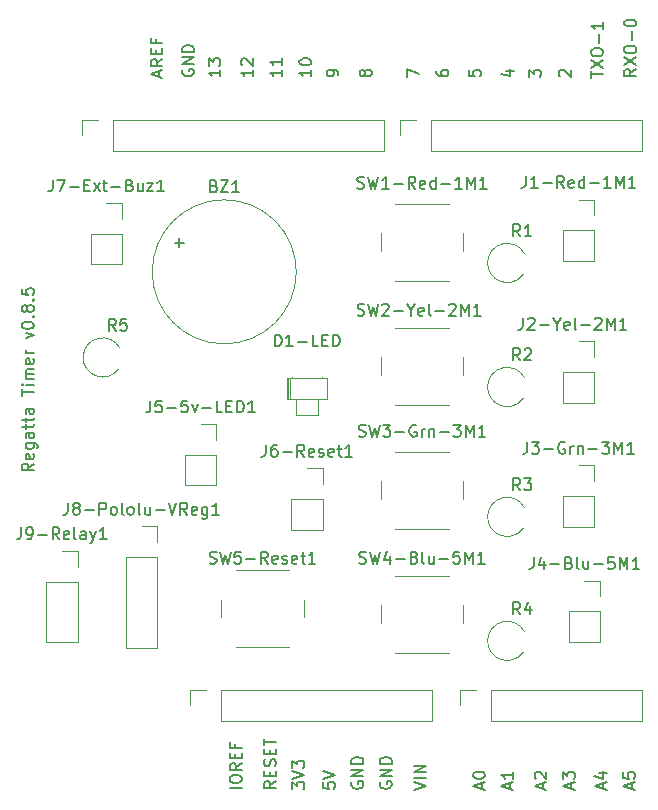
<source format=gbr>
%TF.GenerationSoftware,KiCad,Pcbnew,8.0.8-8.0.8-0~ubuntu24.10.1*%
%TF.CreationDate,2025-03-15T17:44:08-07:00*%
%TF.ProjectId,sailingRegattaTimer,7361696c-696e-4675-9265-676174746154,rev?*%
%TF.SameCoordinates,Original*%
%TF.FileFunction,Legend,Top*%
%TF.FilePolarity,Positive*%
%FSLAX46Y46*%
G04 Gerber Fmt 4.6, Leading zero omitted, Abs format (unit mm)*
G04 Created by KiCad (PCBNEW 8.0.8-8.0.8-0~ubuntu24.10.1) date 2025-03-15 17:44:08*
%MOMM*%
%LPD*%
G01*
G04 APERTURE LIST*
%ADD10C,0.150000*%
%ADD11C,0.120000*%
G04 APERTURE END LIST*
D10*
X151284104Y-104510839D02*
X151284104Y-104034649D01*
X151569819Y-104606077D02*
X150569819Y-104272744D01*
X150569819Y-104272744D02*
X151569819Y-103939411D01*
X150569819Y-103415601D02*
X150569819Y-103320363D01*
X150569819Y-103320363D02*
X150617438Y-103225125D01*
X150617438Y-103225125D02*
X150665057Y-103177506D01*
X150665057Y-103177506D02*
X150760295Y-103129887D01*
X150760295Y-103129887D02*
X150950771Y-103082268D01*
X150950771Y-103082268D02*
X151188866Y-103082268D01*
X151188866Y-103082268D02*
X151379342Y-103129887D01*
X151379342Y-103129887D02*
X151474580Y-103177506D01*
X151474580Y-103177506D02*
X151522200Y-103225125D01*
X151522200Y-103225125D02*
X151569819Y-103320363D01*
X151569819Y-103320363D02*
X151569819Y-103415601D01*
X151569819Y-103415601D02*
X151522200Y-103510839D01*
X151522200Y-103510839D02*
X151474580Y-103558458D01*
X151474580Y-103558458D02*
X151379342Y-103606077D01*
X151379342Y-103606077D02*
X151188866Y-103653696D01*
X151188866Y-103653696D02*
X150950771Y-103653696D01*
X150950771Y-103653696D02*
X150760295Y-103606077D01*
X150760295Y-103606077D02*
X150665057Y-103558458D01*
X150665057Y-103558458D02*
X150617438Y-103510839D01*
X150617438Y-103510839D02*
X150569819Y-103415601D01*
X130969819Y-104463220D02*
X129969819Y-104463220D01*
X129969819Y-103796554D02*
X129969819Y-103606078D01*
X129969819Y-103606078D02*
X130017438Y-103510840D01*
X130017438Y-103510840D02*
X130112676Y-103415602D01*
X130112676Y-103415602D02*
X130303152Y-103367983D01*
X130303152Y-103367983D02*
X130636485Y-103367983D01*
X130636485Y-103367983D02*
X130826961Y-103415602D01*
X130826961Y-103415602D02*
X130922200Y-103510840D01*
X130922200Y-103510840D02*
X130969819Y-103606078D01*
X130969819Y-103606078D02*
X130969819Y-103796554D01*
X130969819Y-103796554D02*
X130922200Y-103891792D01*
X130922200Y-103891792D02*
X130826961Y-103987030D01*
X130826961Y-103987030D02*
X130636485Y-104034649D01*
X130636485Y-104034649D02*
X130303152Y-104034649D01*
X130303152Y-104034649D02*
X130112676Y-103987030D01*
X130112676Y-103987030D02*
X130017438Y-103891792D01*
X130017438Y-103891792D02*
X129969819Y-103796554D01*
X130969819Y-102367983D02*
X130493628Y-102701316D01*
X130969819Y-102939411D02*
X129969819Y-102939411D01*
X129969819Y-102939411D02*
X129969819Y-102558459D01*
X129969819Y-102558459D02*
X130017438Y-102463221D01*
X130017438Y-102463221D02*
X130065057Y-102415602D01*
X130065057Y-102415602D02*
X130160295Y-102367983D01*
X130160295Y-102367983D02*
X130303152Y-102367983D01*
X130303152Y-102367983D02*
X130398390Y-102415602D01*
X130398390Y-102415602D02*
X130446009Y-102463221D01*
X130446009Y-102463221D02*
X130493628Y-102558459D01*
X130493628Y-102558459D02*
X130493628Y-102939411D01*
X130446009Y-101939411D02*
X130446009Y-101606078D01*
X130969819Y-101463221D02*
X130969819Y-101939411D01*
X130969819Y-101939411D02*
X129969819Y-101939411D01*
X129969819Y-101939411D02*
X129969819Y-101463221D01*
X130446009Y-100701316D02*
X130446009Y-101034649D01*
X130969819Y-101034649D02*
X129969819Y-101034649D01*
X129969819Y-101034649D02*
X129969819Y-100558459D01*
X137869819Y-103987030D02*
X137869819Y-104463220D01*
X137869819Y-104463220D02*
X138346009Y-104510839D01*
X138346009Y-104510839D02*
X138298390Y-104463220D01*
X138298390Y-104463220D02*
X138250771Y-104367982D01*
X138250771Y-104367982D02*
X138250771Y-104129887D01*
X138250771Y-104129887D02*
X138298390Y-104034649D01*
X138298390Y-104034649D02*
X138346009Y-103987030D01*
X138346009Y-103987030D02*
X138441247Y-103939411D01*
X138441247Y-103939411D02*
X138679342Y-103939411D01*
X138679342Y-103939411D02*
X138774580Y-103987030D01*
X138774580Y-103987030D02*
X138822200Y-104034649D01*
X138822200Y-104034649D02*
X138869819Y-104129887D01*
X138869819Y-104129887D02*
X138869819Y-104367982D01*
X138869819Y-104367982D02*
X138822200Y-104463220D01*
X138822200Y-104463220D02*
X138774580Y-104510839D01*
X137869819Y-103653696D02*
X138869819Y-103320363D01*
X138869819Y-103320363D02*
X137869819Y-102987030D01*
X139169819Y-44115601D02*
X139169819Y-43925125D01*
X139169819Y-43925125D02*
X139122200Y-43829887D01*
X139122200Y-43829887D02*
X139074580Y-43782268D01*
X139074580Y-43782268D02*
X138931723Y-43687030D01*
X138931723Y-43687030D02*
X138741247Y-43639411D01*
X138741247Y-43639411D02*
X138360295Y-43639411D01*
X138360295Y-43639411D02*
X138265057Y-43687030D01*
X138265057Y-43687030D02*
X138217438Y-43734649D01*
X138217438Y-43734649D02*
X138169819Y-43829887D01*
X138169819Y-43829887D02*
X138169819Y-44020363D01*
X138169819Y-44020363D02*
X138217438Y-44115601D01*
X138217438Y-44115601D02*
X138265057Y-44163220D01*
X138265057Y-44163220D02*
X138360295Y-44210839D01*
X138360295Y-44210839D02*
X138598390Y-44210839D01*
X138598390Y-44210839D02*
X138693628Y-44163220D01*
X138693628Y-44163220D02*
X138741247Y-44115601D01*
X138741247Y-44115601D02*
X138788866Y-44020363D01*
X138788866Y-44020363D02*
X138788866Y-43829887D01*
X138788866Y-43829887D02*
X138741247Y-43734649D01*
X138741247Y-43734649D02*
X138693628Y-43687030D01*
X138693628Y-43687030D02*
X138598390Y-43639411D01*
X141398390Y-44020363D02*
X141350771Y-44115601D01*
X141350771Y-44115601D02*
X141303152Y-44163220D01*
X141303152Y-44163220D02*
X141207914Y-44210839D01*
X141207914Y-44210839D02*
X141160295Y-44210839D01*
X141160295Y-44210839D02*
X141065057Y-44163220D01*
X141065057Y-44163220D02*
X141017438Y-44115601D01*
X141017438Y-44115601D02*
X140969819Y-44020363D01*
X140969819Y-44020363D02*
X140969819Y-43829887D01*
X140969819Y-43829887D02*
X141017438Y-43734649D01*
X141017438Y-43734649D02*
X141065057Y-43687030D01*
X141065057Y-43687030D02*
X141160295Y-43639411D01*
X141160295Y-43639411D02*
X141207914Y-43639411D01*
X141207914Y-43639411D02*
X141303152Y-43687030D01*
X141303152Y-43687030D02*
X141350771Y-43734649D01*
X141350771Y-43734649D02*
X141398390Y-43829887D01*
X141398390Y-43829887D02*
X141398390Y-44020363D01*
X141398390Y-44020363D02*
X141446009Y-44115601D01*
X141446009Y-44115601D02*
X141493628Y-44163220D01*
X141493628Y-44163220D02*
X141588866Y-44210839D01*
X141588866Y-44210839D02*
X141779342Y-44210839D01*
X141779342Y-44210839D02*
X141874580Y-44163220D01*
X141874580Y-44163220D02*
X141922200Y-44115601D01*
X141922200Y-44115601D02*
X141969819Y-44020363D01*
X141969819Y-44020363D02*
X141969819Y-43829887D01*
X141969819Y-43829887D02*
X141922200Y-43734649D01*
X141922200Y-43734649D02*
X141874580Y-43687030D01*
X141874580Y-43687030D02*
X141779342Y-43639411D01*
X141779342Y-43639411D02*
X141588866Y-43639411D01*
X141588866Y-43639411D02*
X141493628Y-43687030D01*
X141493628Y-43687030D02*
X141446009Y-43734649D01*
X141446009Y-43734649D02*
X141398390Y-43829887D01*
X153353152Y-43734649D02*
X154019819Y-43734649D01*
X152972200Y-43972744D02*
X153686485Y-44210839D01*
X153686485Y-44210839D02*
X153686485Y-43591792D01*
X113369819Y-76991792D02*
X112893628Y-77325125D01*
X113369819Y-77563220D02*
X112369819Y-77563220D01*
X112369819Y-77563220D02*
X112369819Y-77182268D01*
X112369819Y-77182268D02*
X112417438Y-77087030D01*
X112417438Y-77087030D02*
X112465057Y-77039411D01*
X112465057Y-77039411D02*
X112560295Y-76991792D01*
X112560295Y-76991792D02*
X112703152Y-76991792D01*
X112703152Y-76991792D02*
X112798390Y-77039411D01*
X112798390Y-77039411D02*
X112846009Y-77087030D01*
X112846009Y-77087030D02*
X112893628Y-77182268D01*
X112893628Y-77182268D02*
X112893628Y-77563220D01*
X113322200Y-76182268D02*
X113369819Y-76277506D01*
X113369819Y-76277506D02*
X113369819Y-76467982D01*
X113369819Y-76467982D02*
X113322200Y-76563220D01*
X113322200Y-76563220D02*
X113226961Y-76610839D01*
X113226961Y-76610839D02*
X112846009Y-76610839D01*
X112846009Y-76610839D02*
X112750771Y-76563220D01*
X112750771Y-76563220D02*
X112703152Y-76467982D01*
X112703152Y-76467982D02*
X112703152Y-76277506D01*
X112703152Y-76277506D02*
X112750771Y-76182268D01*
X112750771Y-76182268D02*
X112846009Y-76134649D01*
X112846009Y-76134649D02*
X112941247Y-76134649D01*
X112941247Y-76134649D02*
X113036485Y-76610839D01*
X112703152Y-75277506D02*
X113512676Y-75277506D01*
X113512676Y-75277506D02*
X113607914Y-75325125D01*
X113607914Y-75325125D02*
X113655533Y-75372744D01*
X113655533Y-75372744D02*
X113703152Y-75467982D01*
X113703152Y-75467982D02*
X113703152Y-75610839D01*
X113703152Y-75610839D02*
X113655533Y-75706077D01*
X113322200Y-75277506D02*
X113369819Y-75372744D01*
X113369819Y-75372744D02*
X113369819Y-75563220D01*
X113369819Y-75563220D02*
X113322200Y-75658458D01*
X113322200Y-75658458D02*
X113274580Y-75706077D01*
X113274580Y-75706077D02*
X113179342Y-75753696D01*
X113179342Y-75753696D02*
X112893628Y-75753696D01*
X112893628Y-75753696D02*
X112798390Y-75706077D01*
X112798390Y-75706077D02*
X112750771Y-75658458D01*
X112750771Y-75658458D02*
X112703152Y-75563220D01*
X112703152Y-75563220D02*
X112703152Y-75372744D01*
X112703152Y-75372744D02*
X112750771Y-75277506D01*
X113369819Y-74372744D02*
X112846009Y-74372744D01*
X112846009Y-74372744D02*
X112750771Y-74420363D01*
X112750771Y-74420363D02*
X112703152Y-74515601D01*
X112703152Y-74515601D02*
X112703152Y-74706077D01*
X112703152Y-74706077D02*
X112750771Y-74801315D01*
X113322200Y-74372744D02*
X113369819Y-74467982D01*
X113369819Y-74467982D02*
X113369819Y-74706077D01*
X113369819Y-74706077D02*
X113322200Y-74801315D01*
X113322200Y-74801315D02*
X113226961Y-74848934D01*
X113226961Y-74848934D02*
X113131723Y-74848934D01*
X113131723Y-74848934D02*
X113036485Y-74801315D01*
X113036485Y-74801315D02*
X112988866Y-74706077D01*
X112988866Y-74706077D02*
X112988866Y-74467982D01*
X112988866Y-74467982D02*
X112941247Y-74372744D01*
X112703152Y-74039410D02*
X112703152Y-73658458D01*
X112369819Y-73896553D02*
X113226961Y-73896553D01*
X113226961Y-73896553D02*
X113322200Y-73848934D01*
X113322200Y-73848934D02*
X113369819Y-73753696D01*
X113369819Y-73753696D02*
X113369819Y-73658458D01*
X112703152Y-73467981D02*
X112703152Y-73087029D01*
X112369819Y-73325124D02*
X113226961Y-73325124D01*
X113226961Y-73325124D02*
X113322200Y-73277505D01*
X113322200Y-73277505D02*
X113369819Y-73182267D01*
X113369819Y-73182267D02*
X113369819Y-73087029D01*
X113369819Y-72325124D02*
X112846009Y-72325124D01*
X112846009Y-72325124D02*
X112750771Y-72372743D01*
X112750771Y-72372743D02*
X112703152Y-72467981D01*
X112703152Y-72467981D02*
X112703152Y-72658457D01*
X112703152Y-72658457D02*
X112750771Y-72753695D01*
X113322200Y-72325124D02*
X113369819Y-72420362D01*
X113369819Y-72420362D02*
X113369819Y-72658457D01*
X113369819Y-72658457D02*
X113322200Y-72753695D01*
X113322200Y-72753695D02*
X113226961Y-72801314D01*
X113226961Y-72801314D02*
X113131723Y-72801314D01*
X113131723Y-72801314D02*
X113036485Y-72753695D01*
X113036485Y-72753695D02*
X112988866Y-72658457D01*
X112988866Y-72658457D02*
X112988866Y-72420362D01*
X112988866Y-72420362D02*
X112941247Y-72325124D01*
X112369819Y-71229885D02*
X112369819Y-70658457D01*
X113369819Y-70944171D02*
X112369819Y-70944171D01*
X113369819Y-70325123D02*
X112703152Y-70325123D01*
X112369819Y-70325123D02*
X112417438Y-70372742D01*
X112417438Y-70372742D02*
X112465057Y-70325123D01*
X112465057Y-70325123D02*
X112417438Y-70277504D01*
X112417438Y-70277504D02*
X112369819Y-70325123D01*
X112369819Y-70325123D02*
X112465057Y-70325123D01*
X113369819Y-69848933D02*
X112703152Y-69848933D01*
X112798390Y-69848933D02*
X112750771Y-69801314D01*
X112750771Y-69801314D02*
X112703152Y-69706076D01*
X112703152Y-69706076D02*
X112703152Y-69563219D01*
X112703152Y-69563219D02*
X112750771Y-69467981D01*
X112750771Y-69467981D02*
X112846009Y-69420362D01*
X112846009Y-69420362D02*
X113369819Y-69420362D01*
X112846009Y-69420362D02*
X112750771Y-69372743D01*
X112750771Y-69372743D02*
X112703152Y-69277505D01*
X112703152Y-69277505D02*
X112703152Y-69134648D01*
X112703152Y-69134648D02*
X112750771Y-69039409D01*
X112750771Y-69039409D02*
X112846009Y-68991790D01*
X112846009Y-68991790D02*
X113369819Y-68991790D01*
X113322200Y-68134648D02*
X113369819Y-68229886D01*
X113369819Y-68229886D02*
X113369819Y-68420362D01*
X113369819Y-68420362D02*
X113322200Y-68515600D01*
X113322200Y-68515600D02*
X113226961Y-68563219D01*
X113226961Y-68563219D02*
X112846009Y-68563219D01*
X112846009Y-68563219D02*
X112750771Y-68515600D01*
X112750771Y-68515600D02*
X112703152Y-68420362D01*
X112703152Y-68420362D02*
X112703152Y-68229886D01*
X112703152Y-68229886D02*
X112750771Y-68134648D01*
X112750771Y-68134648D02*
X112846009Y-68087029D01*
X112846009Y-68087029D02*
X112941247Y-68087029D01*
X112941247Y-68087029D02*
X113036485Y-68563219D01*
X113369819Y-67658457D02*
X112703152Y-67658457D01*
X112893628Y-67658457D02*
X112798390Y-67610838D01*
X112798390Y-67610838D02*
X112750771Y-67563219D01*
X112750771Y-67563219D02*
X112703152Y-67467981D01*
X112703152Y-67467981D02*
X112703152Y-67372743D01*
X112703152Y-66372742D02*
X113369819Y-66134647D01*
X113369819Y-66134647D02*
X112703152Y-65896552D01*
X112369819Y-65325123D02*
X112369819Y-65229885D01*
X112369819Y-65229885D02*
X112417438Y-65134647D01*
X112417438Y-65134647D02*
X112465057Y-65087028D01*
X112465057Y-65087028D02*
X112560295Y-65039409D01*
X112560295Y-65039409D02*
X112750771Y-64991790D01*
X112750771Y-64991790D02*
X112988866Y-64991790D01*
X112988866Y-64991790D02*
X113179342Y-65039409D01*
X113179342Y-65039409D02*
X113274580Y-65087028D01*
X113274580Y-65087028D02*
X113322200Y-65134647D01*
X113322200Y-65134647D02*
X113369819Y-65229885D01*
X113369819Y-65229885D02*
X113369819Y-65325123D01*
X113369819Y-65325123D02*
X113322200Y-65420361D01*
X113322200Y-65420361D02*
X113274580Y-65467980D01*
X113274580Y-65467980D02*
X113179342Y-65515599D01*
X113179342Y-65515599D02*
X112988866Y-65563218D01*
X112988866Y-65563218D02*
X112750771Y-65563218D01*
X112750771Y-65563218D02*
X112560295Y-65515599D01*
X112560295Y-65515599D02*
X112465057Y-65467980D01*
X112465057Y-65467980D02*
X112417438Y-65420361D01*
X112417438Y-65420361D02*
X112369819Y-65325123D01*
X113274580Y-64563218D02*
X113322200Y-64515599D01*
X113322200Y-64515599D02*
X113369819Y-64563218D01*
X113369819Y-64563218D02*
X113322200Y-64610837D01*
X113322200Y-64610837D02*
X113274580Y-64563218D01*
X113274580Y-64563218D02*
X113369819Y-64563218D01*
X112798390Y-63944171D02*
X112750771Y-64039409D01*
X112750771Y-64039409D02*
X112703152Y-64087028D01*
X112703152Y-64087028D02*
X112607914Y-64134647D01*
X112607914Y-64134647D02*
X112560295Y-64134647D01*
X112560295Y-64134647D02*
X112465057Y-64087028D01*
X112465057Y-64087028D02*
X112417438Y-64039409D01*
X112417438Y-64039409D02*
X112369819Y-63944171D01*
X112369819Y-63944171D02*
X112369819Y-63753695D01*
X112369819Y-63753695D02*
X112417438Y-63658457D01*
X112417438Y-63658457D02*
X112465057Y-63610838D01*
X112465057Y-63610838D02*
X112560295Y-63563219D01*
X112560295Y-63563219D02*
X112607914Y-63563219D01*
X112607914Y-63563219D02*
X112703152Y-63610838D01*
X112703152Y-63610838D02*
X112750771Y-63658457D01*
X112750771Y-63658457D02*
X112798390Y-63753695D01*
X112798390Y-63753695D02*
X112798390Y-63944171D01*
X112798390Y-63944171D02*
X112846009Y-64039409D01*
X112846009Y-64039409D02*
X112893628Y-64087028D01*
X112893628Y-64087028D02*
X112988866Y-64134647D01*
X112988866Y-64134647D02*
X113179342Y-64134647D01*
X113179342Y-64134647D02*
X113274580Y-64087028D01*
X113274580Y-64087028D02*
X113322200Y-64039409D01*
X113322200Y-64039409D02*
X113369819Y-63944171D01*
X113369819Y-63944171D02*
X113369819Y-63753695D01*
X113369819Y-63753695D02*
X113322200Y-63658457D01*
X113322200Y-63658457D02*
X113274580Y-63610838D01*
X113274580Y-63610838D02*
X113179342Y-63563219D01*
X113179342Y-63563219D02*
X112988866Y-63563219D01*
X112988866Y-63563219D02*
X112893628Y-63610838D01*
X112893628Y-63610838D02*
X112846009Y-63658457D01*
X112846009Y-63658457D02*
X112798390Y-63753695D01*
X113274580Y-63134647D02*
X113322200Y-63087028D01*
X113322200Y-63087028D02*
X113369819Y-63134647D01*
X113369819Y-63134647D02*
X113322200Y-63182266D01*
X113322200Y-63182266D02*
X113274580Y-63134647D01*
X113274580Y-63134647D02*
X113369819Y-63134647D01*
X112369819Y-62182267D02*
X112369819Y-62658457D01*
X112369819Y-62658457D02*
X112846009Y-62706076D01*
X112846009Y-62706076D02*
X112798390Y-62658457D01*
X112798390Y-62658457D02*
X112750771Y-62563219D01*
X112750771Y-62563219D02*
X112750771Y-62325124D01*
X112750771Y-62325124D02*
X112798390Y-62229886D01*
X112798390Y-62229886D02*
X112846009Y-62182267D01*
X112846009Y-62182267D02*
X112941247Y-62134648D01*
X112941247Y-62134648D02*
X113179342Y-62134648D01*
X113179342Y-62134648D02*
X113274580Y-62182267D01*
X113274580Y-62182267D02*
X113322200Y-62229886D01*
X113322200Y-62229886D02*
X113369819Y-62325124D01*
X113369819Y-62325124D02*
X113369819Y-62563219D01*
X113369819Y-62563219D02*
X113322200Y-62658457D01*
X113322200Y-62658457D02*
X113274580Y-62706076D01*
X129169819Y-43639411D02*
X129169819Y-44210839D01*
X129169819Y-43925125D02*
X128169819Y-43925125D01*
X128169819Y-43925125D02*
X128312676Y-44020363D01*
X128312676Y-44020363D02*
X128407914Y-44115601D01*
X128407914Y-44115601D02*
X128455533Y-44210839D01*
X128169819Y-43306077D02*
X128169819Y-42687030D01*
X128169819Y-42687030D02*
X128550771Y-43020363D01*
X128550771Y-43020363D02*
X128550771Y-42877506D01*
X128550771Y-42877506D02*
X128598390Y-42782268D01*
X128598390Y-42782268D02*
X128646009Y-42734649D01*
X128646009Y-42734649D02*
X128741247Y-42687030D01*
X128741247Y-42687030D02*
X128979342Y-42687030D01*
X128979342Y-42687030D02*
X129074580Y-42734649D01*
X129074580Y-42734649D02*
X129122200Y-42782268D01*
X129122200Y-42782268D02*
X129169819Y-42877506D01*
X129169819Y-42877506D02*
X129169819Y-43163220D01*
X129169819Y-43163220D02*
X129122200Y-43258458D01*
X129122200Y-43258458D02*
X129074580Y-43306077D01*
X163984104Y-104510839D02*
X163984104Y-104034649D01*
X164269819Y-104606077D02*
X163269819Y-104272744D01*
X163269819Y-104272744D02*
X164269819Y-103939411D01*
X163269819Y-103129887D02*
X163269819Y-103606077D01*
X163269819Y-103606077D02*
X163746009Y-103653696D01*
X163746009Y-103653696D02*
X163698390Y-103606077D01*
X163698390Y-103606077D02*
X163650771Y-103510839D01*
X163650771Y-103510839D02*
X163650771Y-103272744D01*
X163650771Y-103272744D02*
X163698390Y-103177506D01*
X163698390Y-103177506D02*
X163746009Y-103129887D01*
X163746009Y-103129887D02*
X163841247Y-103082268D01*
X163841247Y-103082268D02*
X164079342Y-103082268D01*
X164079342Y-103082268D02*
X164174580Y-103129887D01*
X164174580Y-103129887D02*
X164222200Y-103177506D01*
X164222200Y-103177506D02*
X164269819Y-103272744D01*
X164269819Y-103272744D02*
X164269819Y-103510839D01*
X164269819Y-103510839D02*
X164222200Y-103606077D01*
X164222200Y-103606077D02*
X164174580Y-103653696D01*
X156484104Y-104510839D02*
X156484104Y-104034649D01*
X156769819Y-104606077D02*
X155769819Y-104272744D01*
X155769819Y-104272744D02*
X156769819Y-103939411D01*
X155865057Y-103653696D02*
X155817438Y-103606077D01*
X155817438Y-103606077D02*
X155769819Y-103510839D01*
X155769819Y-103510839D02*
X155769819Y-103272744D01*
X155769819Y-103272744D02*
X155817438Y-103177506D01*
X155817438Y-103177506D02*
X155865057Y-103129887D01*
X155865057Y-103129887D02*
X155960295Y-103082268D01*
X155960295Y-103082268D02*
X156055533Y-103082268D01*
X156055533Y-103082268D02*
X156198390Y-103129887D01*
X156198390Y-103129887D02*
X156769819Y-103701315D01*
X156769819Y-103701315D02*
X156769819Y-103082268D01*
X125967438Y-43639411D02*
X125919819Y-43734649D01*
X125919819Y-43734649D02*
X125919819Y-43877506D01*
X125919819Y-43877506D02*
X125967438Y-44020363D01*
X125967438Y-44020363D02*
X126062676Y-44115601D01*
X126062676Y-44115601D02*
X126157914Y-44163220D01*
X126157914Y-44163220D02*
X126348390Y-44210839D01*
X126348390Y-44210839D02*
X126491247Y-44210839D01*
X126491247Y-44210839D02*
X126681723Y-44163220D01*
X126681723Y-44163220D02*
X126776961Y-44115601D01*
X126776961Y-44115601D02*
X126872200Y-44020363D01*
X126872200Y-44020363D02*
X126919819Y-43877506D01*
X126919819Y-43877506D02*
X126919819Y-43782268D01*
X126919819Y-43782268D02*
X126872200Y-43639411D01*
X126872200Y-43639411D02*
X126824580Y-43591792D01*
X126824580Y-43591792D02*
X126491247Y-43591792D01*
X126491247Y-43591792D02*
X126491247Y-43782268D01*
X126919819Y-43163220D02*
X125919819Y-43163220D01*
X125919819Y-43163220D02*
X126919819Y-42591792D01*
X126919819Y-42591792D02*
X125919819Y-42591792D01*
X126919819Y-42115601D02*
X125919819Y-42115601D01*
X125919819Y-42115601D02*
X125919819Y-41877506D01*
X125919819Y-41877506D02*
X125967438Y-41734649D01*
X125967438Y-41734649D02*
X126062676Y-41639411D01*
X126062676Y-41639411D02*
X126157914Y-41591792D01*
X126157914Y-41591792D02*
X126348390Y-41544173D01*
X126348390Y-41544173D02*
X126491247Y-41544173D01*
X126491247Y-41544173D02*
X126681723Y-41591792D01*
X126681723Y-41591792D02*
X126776961Y-41639411D01*
X126776961Y-41639411D02*
X126872200Y-41734649D01*
X126872200Y-41734649D02*
X126919819Y-41877506D01*
X126919819Y-41877506D02*
X126919819Y-42115601D01*
X147469819Y-43734649D02*
X147469819Y-43925125D01*
X147469819Y-43925125D02*
X147517438Y-44020363D01*
X147517438Y-44020363D02*
X147565057Y-44067982D01*
X147565057Y-44067982D02*
X147707914Y-44163220D01*
X147707914Y-44163220D02*
X147898390Y-44210839D01*
X147898390Y-44210839D02*
X148279342Y-44210839D01*
X148279342Y-44210839D02*
X148374580Y-44163220D01*
X148374580Y-44163220D02*
X148422200Y-44115601D01*
X148422200Y-44115601D02*
X148469819Y-44020363D01*
X148469819Y-44020363D02*
X148469819Y-43829887D01*
X148469819Y-43829887D02*
X148422200Y-43734649D01*
X148422200Y-43734649D02*
X148374580Y-43687030D01*
X148374580Y-43687030D02*
X148279342Y-43639411D01*
X148279342Y-43639411D02*
X148041247Y-43639411D01*
X148041247Y-43639411D02*
X147946009Y-43687030D01*
X147946009Y-43687030D02*
X147898390Y-43734649D01*
X147898390Y-43734649D02*
X147850771Y-43829887D01*
X147850771Y-43829887D02*
X147850771Y-44020363D01*
X147850771Y-44020363D02*
X147898390Y-44115601D01*
X147898390Y-44115601D02*
X147946009Y-44163220D01*
X147946009Y-44163220D02*
X148041247Y-44210839D01*
X134369819Y-43639411D02*
X134369819Y-44210839D01*
X134369819Y-43925125D02*
X133369819Y-43925125D01*
X133369819Y-43925125D02*
X133512676Y-44020363D01*
X133512676Y-44020363D02*
X133607914Y-44115601D01*
X133607914Y-44115601D02*
X133655533Y-44210839D01*
X134369819Y-42687030D02*
X134369819Y-43258458D01*
X134369819Y-42972744D02*
X133369819Y-42972744D01*
X133369819Y-42972744D02*
X133512676Y-43067982D01*
X133512676Y-43067982D02*
X133607914Y-43163220D01*
X133607914Y-43163220D02*
X133655533Y-43258458D01*
X135269819Y-104558458D02*
X135269819Y-103939411D01*
X135269819Y-103939411D02*
X135650771Y-104272744D01*
X135650771Y-104272744D02*
X135650771Y-104129887D01*
X135650771Y-104129887D02*
X135698390Y-104034649D01*
X135698390Y-104034649D02*
X135746009Y-103987030D01*
X135746009Y-103987030D02*
X135841247Y-103939411D01*
X135841247Y-103939411D02*
X136079342Y-103939411D01*
X136079342Y-103939411D02*
X136174580Y-103987030D01*
X136174580Y-103987030D02*
X136222200Y-104034649D01*
X136222200Y-104034649D02*
X136269819Y-104129887D01*
X136269819Y-104129887D02*
X136269819Y-104415601D01*
X136269819Y-104415601D02*
X136222200Y-104510839D01*
X136222200Y-104510839D02*
X136174580Y-104558458D01*
X135269819Y-103653696D02*
X136269819Y-103320363D01*
X136269819Y-103320363D02*
X135269819Y-102987030D01*
X135269819Y-102748934D02*
X135269819Y-102129887D01*
X135269819Y-102129887D02*
X135650771Y-102463220D01*
X135650771Y-102463220D02*
X135650771Y-102320363D01*
X135650771Y-102320363D02*
X135698390Y-102225125D01*
X135698390Y-102225125D02*
X135746009Y-102177506D01*
X135746009Y-102177506D02*
X135841247Y-102129887D01*
X135841247Y-102129887D02*
X136079342Y-102129887D01*
X136079342Y-102129887D02*
X136174580Y-102177506D01*
X136174580Y-102177506D02*
X136222200Y-102225125D01*
X136222200Y-102225125D02*
X136269819Y-102320363D01*
X136269819Y-102320363D02*
X136269819Y-102606077D01*
X136269819Y-102606077D02*
X136222200Y-102701315D01*
X136222200Y-102701315D02*
X136174580Y-102748934D01*
X155319819Y-44258458D02*
X155319819Y-43639411D01*
X155319819Y-43639411D02*
X155700771Y-43972744D01*
X155700771Y-43972744D02*
X155700771Y-43829887D01*
X155700771Y-43829887D02*
X155748390Y-43734649D01*
X155748390Y-43734649D02*
X155796009Y-43687030D01*
X155796009Y-43687030D02*
X155891247Y-43639411D01*
X155891247Y-43639411D02*
X156129342Y-43639411D01*
X156129342Y-43639411D02*
X156224580Y-43687030D01*
X156224580Y-43687030D02*
X156272200Y-43734649D01*
X156272200Y-43734649D02*
X156319819Y-43829887D01*
X156319819Y-43829887D02*
X156319819Y-44115601D01*
X156319819Y-44115601D02*
X156272200Y-44210839D01*
X156272200Y-44210839D02*
X156224580Y-44258458D01*
X164369819Y-43591792D02*
X163893628Y-43925125D01*
X164369819Y-44163220D02*
X163369819Y-44163220D01*
X163369819Y-44163220D02*
X163369819Y-43782268D01*
X163369819Y-43782268D02*
X163417438Y-43687030D01*
X163417438Y-43687030D02*
X163465057Y-43639411D01*
X163465057Y-43639411D02*
X163560295Y-43591792D01*
X163560295Y-43591792D02*
X163703152Y-43591792D01*
X163703152Y-43591792D02*
X163798390Y-43639411D01*
X163798390Y-43639411D02*
X163846009Y-43687030D01*
X163846009Y-43687030D02*
X163893628Y-43782268D01*
X163893628Y-43782268D02*
X163893628Y-44163220D01*
X163369819Y-43258458D02*
X164369819Y-42591792D01*
X163369819Y-42591792D02*
X164369819Y-43258458D01*
X163369819Y-42020363D02*
X163369819Y-41829887D01*
X163369819Y-41829887D02*
X163417438Y-41734649D01*
X163417438Y-41734649D02*
X163512676Y-41639411D01*
X163512676Y-41639411D02*
X163703152Y-41591792D01*
X163703152Y-41591792D02*
X164036485Y-41591792D01*
X164036485Y-41591792D02*
X164226961Y-41639411D01*
X164226961Y-41639411D02*
X164322200Y-41734649D01*
X164322200Y-41734649D02*
X164369819Y-41829887D01*
X164369819Y-41829887D02*
X164369819Y-42020363D01*
X164369819Y-42020363D02*
X164322200Y-42115601D01*
X164322200Y-42115601D02*
X164226961Y-42210839D01*
X164226961Y-42210839D02*
X164036485Y-42258458D01*
X164036485Y-42258458D02*
X163703152Y-42258458D01*
X163703152Y-42258458D02*
X163512676Y-42210839D01*
X163512676Y-42210839D02*
X163417438Y-42115601D01*
X163417438Y-42115601D02*
X163369819Y-42020363D01*
X163988866Y-41163220D02*
X163988866Y-40401316D01*
X163369819Y-39734649D02*
X163369819Y-39639411D01*
X163369819Y-39639411D02*
X163417438Y-39544173D01*
X163417438Y-39544173D02*
X163465057Y-39496554D01*
X163465057Y-39496554D02*
X163560295Y-39448935D01*
X163560295Y-39448935D02*
X163750771Y-39401316D01*
X163750771Y-39401316D02*
X163988866Y-39401316D01*
X163988866Y-39401316D02*
X164179342Y-39448935D01*
X164179342Y-39448935D02*
X164274580Y-39496554D01*
X164274580Y-39496554D02*
X164322200Y-39544173D01*
X164322200Y-39544173D02*
X164369819Y-39639411D01*
X164369819Y-39639411D02*
X164369819Y-39734649D01*
X164369819Y-39734649D02*
X164322200Y-39829887D01*
X164322200Y-39829887D02*
X164274580Y-39877506D01*
X164274580Y-39877506D02*
X164179342Y-39925125D01*
X164179342Y-39925125D02*
X163988866Y-39972744D01*
X163988866Y-39972744D02*
X163750771Y-39972744D01*
X163750771Y-39972744D02*
X163560295Y-39925125D01*
X163560295Y-39925125D02*
X163465057Y-39877506D01*
X163465057Y-39877506D02*
X163417438Y-39829887D01*
X163417438Y-39829887D02*
X163369819Y-39734649D01*
X157915057Y-44210839D02*
X157867438Y-44163220D01*
X157867438Y-44163220D02*
X157819819Y-44067982D01*
X157819819Y-44067982D02*
X157819819Y-43829887D01*
X157819819Y-43829887D02*
X157867438Y-43734649D01*
X157867438Y-43734649D02*
X157915057Y-43687030D01*
X157915057Y-43687030D02*
X158010295Y-43639411D01*
X158010295Y-43639411D02*
X158105533Y-43639411D01*
X158105533Y-43639411D02*
X158248390Y-43687030D01*
X158248390Y-43687030D02*
X158819819Y-44258458D01*
X158819819Y-44258458D02*
X158819819Y-43639411D01*
X160569819Y-44306077D02*
X160569819Y-43734649D01*
X161569819Y-44020363D02*
X160569819Y-44020363D01*
X160569819Y-43496553D02*
X161569819Y-42829887D01*
X160569819Y-42829887D02*
X161569819Y-43496553D01*
X160569819Y-42258458D02*
X160569819Y-42067982D01*
X160569819Y-42067982D02*
X160617438Y-41972744D01*
X160617438Y-41972744D02*
X160712676Y-41877506D01*
X160712676Y-41877506D02*
X160903152Y-41829887D01*
X160903152Y-41829887D02*
X161236485Y-41829887D01*
X161236485Y-41829887D02*
X161426961Y-41877506D01*
X161426961Y-41877506D02*
X161522200Y-41972744D01*
X161522200Y-41972744D02*
X161569819Y-42067982D01*
X161569819Y-42067982D02*
X161569819Y-42258458D01*
X161569819Y-42258458D02*
X161522200Y-42353696D01*
X161522200Y-42353696D02*
X161426961Y-42448934D01*
X161426961Y-42448934D02*
X161236485Y-42496553D01*
X161236485Y-42496553D02*
X160903152Y-42496553D01*
X160903152Y-42496553D02*
X160712676Y-42448934D01*
X160712676Y-42448934D02*
X160617438Y-42353696D01*
X160617438Y-42353696D02*
X160569819Y-42258458D01*
X161188866Y-41401315D02*
X161188866Y-40639411D01*
X161569819Y-39639411D02*
X161569819Y-40210839D01*
X161569819Y-39925125D02*
X160569819Y-39925125D01*
X160569819Y-39925125D02*
X160712676Y-40020363D01*
X160712676Y-40020363D02*
X160807914Y-40115601D01*
X160807914Y-40115601D02*
X160855533Y-40210839D01*
X144969819Y-44258458D02*
X144969819Y-43591792D01*
X144969819Y-43591792D02*
X145969819Y-44020363D01*
X161584104Y-104510839D02*
X161584104Y-104034649D01*
X161869819Y-104606077D02*
X160869819Y-104272744D01*
X160869819Y-104272744D02*
X161869819Y-103939411D01*
X161203152Y-103177506D02*
X161869819Y-103177506D01*
X160822200Y-103415601D02*
X161536485Y-103653696D01*
X161536485Y-103653696D02*
X161536485Y-103034649D01*
X158884104Y-104510839D02*
X158884104Y-104034649D01*
X159169819Y-104606077D02*
X158169819Y-104272744D01*
X158169819Y-104272744D02*
X159169819Y-103939411D01*
X158169819Y-103701315D02*
X158169819Y-103082268D01*
X158169819Y-103082268D02*
X158550771Y-103415601D01*
X158550771Y-103415601D02*
X158550771Y-103272744D01*
X158550771Y-103272744D02*
X158598390Y-103177506D01*
X158598390Y-103177506D02*
X158646009Y-103129887D01*
X158646009Y-103129887D02*
X158741247Y-103082268D01*
X158741247Y-103082268D02*
X158979342Y-103082268D01*
X158979342Y-103082268D02*
X159074580Y-103129887D01*
X159074580Y-103129887D02*
X159122200Y-103177506D01*
X159122200Y-103177506D02*
X159169819Y-103272744D01*
X159169819Y-103272744D02*
X159169819Y-103558458D01*
X159169819Y-103558458D02*
X159122200Y-103653696D01*
X159122200Y-103653696D02*
X159074580Y-103701315D01*
X153684104Y-104510839D02*
X153684104Y-104034649D01*
X153969819Y-104606077D02*
X152969819Y-104272744D01*
X152969819Y-104272744D02*
X153969819Y-103939411D01*
X153969819Y-103082268D02*
X153969819Y-103653696D01*
X153969819Y-103367982D02*
X152969819Y-103367982D01*
X152969819Y-103367982D02*
X153112676Y-103463220D01*
X153112676Y-103463220D02*
X153207914Y-103558458D01*
X153207914Y-103558458D02*
X153255533Y-103653696D01*
X133869819Y-103891792D02*
X133393628Y-104225125D01*
X133869819Y-104463220D02*
X132869819Y-104463220D01*
X132869819Y-104463220D02*
X132869819Y-104082268D01*
X132869819Y-104082268D02*
X132917438Y-103987030D01*
X132917438Y-103987030D02*
X132965057Y-103939411D01*
X132965057Y-103939411D02*
X133060295Y-103891792D01*
X133060295Y-103891792D02*
X133203152Y-103891792D01*
X133203152Y-103891792D02*
X133298390Y-103939411D01*
X133298390Y-103939411D02*
X133346009Y-103987030D01*
X133346009Y-103987030D02*
X133393628Y-104082268D01*
X133393628Y-104082268D02*
X133393628Y-104463220D01*
X133346009Y-103463220D02*
X133346009Y-103129887D01*
X133869819Y-102987030D02*
X133869819Y-103463220D01*
X133869819Y-103463220D02*
X132869819Y-103463220D01*
X132869819Y-103463220D02*
X132869819Y-102987030D01*
X133822200Y-102606077D02*
X133869819Y-102463220D01*
X133869819Y-102463220D02*
X133869819Y-102225125D01*
X133869819Y-102225125D02*
X133822200Y-102129887D01*
X133822200Y-102129887D02*
X133774580Y-102082268D01*
X133774580Y-102082268D02*
X133679342Y-102034649D01*
X133679342Y-102034649D02*
X133584104Y-102034649D01*
X133584104Y-102034649D02*
X133488866Y-102082268D01*
X133488866Y-102082268D02*
X133441247Y-102129887D01*
X133441247Y-102129887D02*
X133393628Y-102225125D01*
X133393628Y-102225125D02*
X133346009Y-102415601D01*
X133346009Y-102415601D02*
X133298390Y-102510839D01*
X133298390Y-102510839D02*
X133250771Y-102558458D01*
X133250771Y-102558458D02*
X133155533Y-102606077D01*
X133155533Y-102606077D02*
X133060295Y-102606077D01*
X133060295Y-102606077D02*
X132965057Y-102558458D01*
X132965057Y-102558458D02*
X132917438Y-102510839D01*
X132917438Y-102510839D02*
X132869819Y-102415601D01*
X132869819Y-102415601D02*
X132869819Y-102177506D01*
X132869819Y-102177506D02*
X132917438Y-102034649D01*
X133346009Y-101606077D02*
X133346009Y-101272744D01*
X133869819Y-101129887D02*
X133869819Y-101606077D01*
X133869819Y-101606077D02*
X132869819Y-101606077D01*
X132869819Y-101606077D02*
X132869819Y-101129887D01*
X132869819Y-100844172D02*
X132869819Y-100272744D01*
X133869819Y-100558458D02*
X132869819Y-100558458D01*
X136869819Y-43639411D02*
X136869819Y-44210839D01*
X136869819Y-43925125D02*
X135869819Y-43925125D01*
X135869819Y-43925125D02*
X136012676Y-44020363D01*
X136012676Y-44020363D02*
X136107914Y-44115601D01*
X136107914Y-44115601D02*
X136155533Y-44210839D01*
X135869819Y-43020363D02*
X135869819Y-42925125D01*
X135869819Y-42925125D02*
X135917438Y-42829887D01*
X135917438Y-42829887D02*
X135965057Y-42782268D01*
X135965057Y-42782268D02*
X136060295Y-42734649D01*
X136060295Y-42734649D02*
X136250771Y-42687030D01*
X136250771Y-42687030D02*
X136488866Y-42687030D01*
X136488866Y-42687030D02*
X136679342Y-42734649D01*
X136679342Y-42734649D02*
X136774580Y-42782268D01*
X136774580Y-42782268D02*
X136822200Y-42829887D01*
X136822200Y-42829887D02*
X136869819Y-42925125D01*
X136869819Y-42925125D02*
X136869819Y-43020363D01*
X136869819Y-43020363D02*
X136822200Y-43115601D01*
X136822200Y-43115601D02*
X136774580Y-43163220D01*
X136774580Y-43163220D02*
X136679342Y-43210839D01*
X136679342Y-43210839D02*
X136488866Y-43258458D01*
X136488866Y-43258458D02*
X136250771Y-43258458D01*
X136250771Y-43258458D02*
X136060295Y-43210839D01*
X136060295Y-43210839D02*
X135965057Y-43163220D01*
X135965057Y-43163220D02*
X135917438Y-43115601D01*
X135917438Y-43115601D02*
X135869819Y-43020363D01*
X140317438Y-103939411D02*
X140269819Y-104034649D01*
X140269819Y-104034649D02*
X140269819Y-104177506D01*
X140269819Y-104177506D02*
X140317438Y-104320363D01*
X140317438Y-104320363D02*
X140412676Y-104415601D01*
X140412676Y-104415601D02*
X140507914Y-104463220D01*
X140507914Y-104463220D02*
X140698390Y-104510839D01*
X140698390Y-104510839D02*
X140841247Y-104510839D01*
X140841247Y-104510839D02*
X141031723Y-104463220D01*
X141031723Y-104463220D02*
X141126961Y-104415601D01*
X141126961Y-104415601D02*
X141222200Y-104320363D01*
X141222200Y-104320363D02*
X141269819Y-104177506D01*
X141269819Y-104177506D02*
X141269819Y-104082268D01*
X141269819Y-104082268D02*
X141222200Y-103939411D01*
X141222200Y-103939411D02*
X141174580Y-103891792D01*
X141174580Y-103891792D02*
X140841247Y-103891792D01*
X140841247Y-103891792D02*
X140841247Y-104082268D01*
X141269819Y-103463220D02*
X140269819Y-103463220D01*
X140269819Y-103463220D02*
X141269819Y-102891792D01*
X141269819Y-102891792D02*
X140269819Y-102891792D01*
X141269819Y-102415601D02*
X140269819Y-102415601D01*
X140269819Y-102415601D02*
X140269819Y-102177506D01*
X140269819Y-102177506D02*
X140317438Y-102034649D01*
X140317438Y-102034649D02*
X140412676Y-101939411D01*
X140412676Y-101939411D02*
X140507914Y-101891792D01*
X140507914Y-101891792D02*
X140698390Y-101844173D01*
X140698390Y-101844173D02*
X140841247Y-101844173D01*
X140841247Y-101844173D02*
X141031723Y-101891792D01*
X141031723Y-101891792D02*
X141126961Y-101939411D01*
X141126961Y-101939411D02*
X141222200Y-102034649D01*
X141222200Y-102034649D02*
X141269819Y-102177506D01*
X141269819Y-102177506D02*
X141269819Y-102415601D01*
X123984104Y-44210839D02*
X123984104Y-43734649D01*
X124269819Y-44306077D02*
X123269819Y-43972744D01*
X123269819Y-43972744D02*
X124269819Y-43639411D01*
X124269819Y-42734649D02*
X123793628Y-43067982D01*
X124269819Y-43306077D02*
X123269819Y-43306077D01*
X123269819Y-43306077D02*
X123269819Y-42925125D01*
X123269819Y-42925125D02*
X123317438Y-42829887D01*
X123317438Y-42829887D02*
X123365057Y-42782268D01*
X123365057Y-42782268D02*
X123460295Y-42734649D01*
X123460295Y-42734649D02*
X123603152Y-42734649D01*
X123603152Y-42734649D02*
X123698390Y-42782268D01*
X123698390Y-42782268D02*
X123746009Y-42829887D01*
X123746009Y-42829887D02*
X123793628Y-42925125D01*
X123793628Y-42925125D02*
X123793628Y-43306077D01*
X123746009Y-42306077D02*
X123746009Y-41972744D01*
X124269819Y-41829887D02*
X124269819Y-42306077D01*
X124269819Y-42306077D02*
X123269819Y-42306077D01*
X123269819Y-42306077D02*
X123269819Y-41829887D01*
X123746009Y-41067982D02*
X123746009Y-41401315D01*
X124269819Y-41401315D02*
X123269819Y-41401315D01*
X123269819Y-41401315D02*
X123269819Y-40925125D01*
X150219819Y-43687030D02*
X150219819Y-44163220D01*
X150219819Y-44163220D02*
X150696009Y-44210839D01*
X150696009Y-44210839D02*
X150648390Y-44163220D01*
X150648390Y-44163220D02*
X150600771Y-44067982D01*
X150600771Y-44067982D02*
X150600771Y-43829887D01*
X150600771Y-43829887D02*
X150648390Y-43734649D01*
X150648390Y-43734649D02*
X150696009Y-43687030D01*
X150696009Y-43687030D02*
X150791247Y-43639411D01*
X150791247Y-43639411D02*
X151029342Y-43639411D01*
X151029342Y-43639411D02*
X151124580Y-43687030D01*
X151124580Y-43687030D02*
X151172200Y-43734649D01*
X151172200Y-43734649D02*
X151219819Y-43829887D01*
X151219819Y-43829887D02*
X151219819Y-44067982D01*
X151219819Y-44067982D02*
X151172200Y-44163220D01*
X151172200Y-44163220D02*
X151124580Y-44210839D01*
X131919819Y-43639411D02*
X131919819Y-44210839D01*
X131919819Y-43925125D02*
X130919819Y-43925125D01*
X130919819Y-43925125D02*
X131062676Y-44020363D01*
X131062676Y-44020363D02*
X131157914Y-44115601D01*
X131157914Y-44115601D02*
X131205533Y-44210839D01*
X131015057Y-43258458D02*
X130967438Y-43210839D01*
X130967438Y-43210839D02*
X130919819Y-43115601D01*
X130919819Y-43115601D02*
X130919819Y-42877506D01*
X130919819Y-42877506D02*
X130967438Y-42782268D01*
X130967438Y-42782268D02*
X131015057Y-42734649D01*
X131015057Y-42734649D02*
X131110295Y-42687030D01*
X131110295Y-42687030D02*
X131205533Y-42687030D01*
X131205533Y-42687030D02*
X131348390Y-42734649D01*
X131348390Y-42734649D02*
X131919819Y-43306077D01*
X131919819Y-43306077D02*
X131919819Y-42687030D01*
X145569819Y-104606077D02*
X146569819Y-104272744D01*
X146569819Y-104272744D02*
X145569819Y-103939411D01*
X146569819Y-103606077D02*
X145569819Y-103606077D01*
X146569819Y-103129887D02*
X145569819Y-103129887D01*
X145569819Y-103129887D02*
X146569819Y-102558459D01*
X146569819Y-102558459D02*
X145569819Y-102558459D01*
X142717438Y-103939411D02*
X142669819Y-104034649D01*
X142669819Y-104034649D02*
X142669819Y-104177506D01*
X142669819Y-104177506D02*
X142717438Y-104320363D01*
X142717438Y-104320363D02*
X142812676Y-104415601D01*
X142812676Y-104415601D02*
X142907914Y-104463220D01*
X142907914Y-104463220D02*
X143098390Y-104510839D01*
X143098390Y-104510839D02*
X143241247Y-104510839D01*
X143241247Y-104510839D02*
X143431723Y-104463220D01*
X143431723Y-104463220D02*
X143526961Y-104415601D01*
X143526961Y-104415601D02*
X143622200Y-104320363D01*
X143622200Y-104320363D02*
X143669819Y-104177506D01*
X143669819Y-104177506D02*
X143669819Y-104082268D01*
X143669819Y-104082268D02*
X143622200Y-103939411D01*
X143622200Y-103939411D02*
X143574580Y-103891792D01*
X143574580Y-103891792D02*
X143241247Y-103891792D01*
X143241247Y-103891792D02*
X143241247Y-104082268D01*
X143669819Y-103463220D02*
X142669819Y-103463220D01*
X142669819Y-103463220D02*
X143669819Y-102891792D01*
X143669819Y-102891792D02*
X142669819Y-102891792D01*
X143669819Y-102415601D02*
X142669819Y-102415601D01*
X142669819Y-102415601D02*
X142669819Y-102177506D01*
X142669819Y-102177506D02*
X142717438Y-102034649D01*
X142717438Y-102034649D02*
X142812676Y-101939411D01*
X142812676Y-101939411D02*
X142907914Y-101891792D01*
X142907914Y-101891792D02*
X143098390Y-101844173D01*
X143098390Y-101844173D02*
X143241247Y-101844173D01*
X143241247Y-101844173D02*
X143431723Y-101891792D01*
X143431723Y-101891792D02*
X143526961Y-101939411D01*
X143526961Y-101939411D02*
X143622200Y-102034649D01*
X143622200Y-102034649D02*
X143669819Y-102177506D01*
X143669819Y-102177506D02*
X143669819Y-102415601D01*
X133785714Y-67059819D02*
X133785714Y-66059819D01*
X133785714Y-66059819D02*
X134023809Y-66059819D01*
X134023809Y-66059819D02*
X134166666Y-66107438D01*
X134166666Y-66107438D02*
X134261904Y-66202676D01*
X134261904Y-66202676D02*
X134309523Y-66297914D01*
X134309523Y-66297914D02*
X134357142Y-66488390D01*
X134357142Y-66488390D02*
X134357142Y-66631247D01*
X134357142Y-66631247D02*
X134309523Y-66821723D01*
X134309523Y-66821723D02*
X134261904Y-66916961D01*
X134261904Y-66916961D02*
X134166666Y-67012200D01*
X134166666Y-67012200D02*
X134023809Y-67059819D01*
X134023809Y-67059819D02*
X133785714Y-67059819D01*
X135309523Y-67059819D02*
X134738095Y-67059819D01*
X135023809Y-67059819D02*
X135023809Y-66059819D01*
X135023809Y-66059819D02*
X134928571Y-66202676D01*
X134928571Y-66202676D02*
X134833333Y-66297914D01*
X134833333Y-66297914D02*
X134738095Y-66345533D01*
X135738095Y-66678866D02*
X136500000Y-66678866D01*
X137452380Y-67059819D02*
X136976190Y-67059819D01*
X136976190Y-67059819D02*
X136976190Y-66059819D01*
X137785714Y-66536009D02*
X138119047Y-66536009D01*
X138261904Y-67059819D02*
X137785714Y-67059819D01*
X137785714Y-67059819D02*
X137785714Y-66059819D01*
X137785714Y-66059819D02*
X138261904Y-66059819D01*
X138690476Y-67059819D02*
X138690476Y-66059819D01*
X138690476Y-66059819D02*
X138928571Y-66059819D01*
X138928571Y-66059819D02*
X139071428Y-66107438D01*
X139071428Y-66107438D02*
X139166666Y-66202676D01*
X139166666Y-66202676D02*
X139214285Y-66297914D01*
X139214285Y-66297914D02*
X139261904Y-66488390D01*
X139261904Y-66488390D02*
X139261904Y-66631247D01*
X139261904Y-66631247D02*
X139214285Y-66821723D01*
X139214285Y-66821723D02*
X139166666Y-66916961D01*
X139166666Y-66916961D02*
X139071428Y-67012200D01*
X139071428Y-67012200D02*
X138928571Y-67059819D01*
X138928571Y-67059819D02*
X138690476Y-67059819D01*
X123238095Y-71644819D02*
X123238095Y-72359104D01*
X123238095Y-72359104D02*
X123190476Y-72501961D01*
X123190476Y-72501961D02*
X123095238Y-72597200D01*
X123095238Y-72597200D02*
X122952381Y-72644819D01*
X122952381Y-72644819D02*
X122857143Y-72644819D01*
X124190476Y-71644819D02*
X123714286Y-71644819D01*
X123714286Y-71644819D02*
X123666667Y-72121009D01*
X123666667Y-72121009D02*
X123714286Y-72073390D01*
X123714286Y-72073390D02*
X123809524Y-72025771D01*
X123809524Y-72025771D02*
X124047619Y-72025771D01*
X124047619Y-72025771D02*
X124142857Y-72073390D01*
X124142857Y-72073390D02*
X124190476Y-72121009D01*
X124190476Y-72121009D02*
X124238095Y-72216247D01*
X124238095Y-72216247D02*
X124238095Y-72454342D01*
X124238095Y-72454342D02*
X124190476Y-72549580D01*
X124190476Y-72549580D02*
X124142857Y-72597200D01*
X124142857Y-72597200D02*
X124047619Y-72644819D01*
X124047619Y-72644819D02*
X123809524Y-72644819D01*
X123809524Y-72644819D02*
X123714286Y-72597200D01*
X123714286Y-72597200D02*
X123666667Y-72549580D01*
X124666667Y-72263866D02*
X125428572Y-72263866D01*
X126380952Y-71644819D02*
X125904762Y-71644819D01*
X125904762Y-71644819D02*
X125857143Y-72121009D01*
X125857143Y-72121009D02*
X125904762Y-72073390D01*
X125904762Y-72073390D02*
X126000000Y-72025771D01*
X126000000Y-72025771D02*
X126238095Y-72025771D01*
X126238095Y-72025771D02*
X126333333Y-72073390D01*
X126333333Y-72073390D02*
X126380952Y-72121009D01*
X126380952Y-72121009D02*
X126428571Y-72216247D01*
X126428571Y-72216247D02*
X126428571Y-72454342D01*
X126428571Y-72454342D02*
X126380952Y-72549580D01*
X126380952Y-72549580D02*
X126333333Y-72597200D01*
X126333333Y-72597200D02*
X126238095Y-72644819D01*
X126238095Y-72644819D02*
X126000000Y-72644819D01*
X126000000Y-72644819D02*
X125904762Y-72597200D01*
X125904762Y-72597200D02*
X125857143Y-72549580D01*
X126761905Y-71978152D02*
X127000000Y-72644819D01*
X127000000Y-72644819D02*
X127238095Y-71978152D01*
X127619048Y-72263866D02*
X128380953Y-72263866D01*
X129333333Y-72644819D02*
X128857143Y-72644819D01*
X128857143Y-72644819D02*
X128857143Y-71644819D01*
X129666667Y-72121009D02*
X130000000Y-72121009D01*
X130142857Y-72644819D02*
X129666667Y-72644819D01*
X129666667Y-72644819D02*
X129666667Y-71644819D01*
X129666667Y-71644819D02*
X130142857Y-71644819D01*
X130571429Y-72644819D02*
X130571429Y-71644819D01*
X130571429Y-71644819D02*
X130809524Y-71644819D01*
X130809524Y-71644819D02*
X130952381Y-71692438D01*
X130952381Y-71692438D02*
X131047619Y-71787676D01*
X131047619Y-71787676D02*
X131095238Y-71882914D01*
X131095238Y-71882914D02*
X131142857Y-72073390D01*
X131142857Y-72073390D02*
X131142857Y-72216247D01*
X131142857Y-72216247D02*
X131095238Y-72406723D01*
X131095238Y-72406723D02*
X131047619Y-72501961D01*
X131047619Y-72501961D02*
X130952381Y-72597200D01*
X130952381Y-72597200D02*
X130809524Y-72644819D01*
X130809524Y-72644819D02*
X130571429Y-72644819D01*
X132095238Y-72644819D02*
X131523810Y-72644819D01*
X131809524Y-72644819D02*
X131809524Y-71644819D01*
X131809524Y-71644819D02*
X131714286Y-71787676D01*
X131714286Y-71787676D02*
X131619048Y-71882914D01*
X131619048Y-71882914D02*
X131523810Y-71930533D01*
X128619047Y-53481009D02*
X128761904Y-53528628D01*
X128761904Y-53528628D02*
X128809523Y-53576247D01*
X128809523Y-53576247D02*
X128857142Y-53671485D01*
X128857142Y-53671485D02*
X128857142Y-53814342D01*
X128857142Y-53814342D02*
X128809523Y-53909580D01*
X128809523Y-53909580D02*
X128761904Y-53957200D01*
X128761904Y-53957200D02*
X128666666Y-54004819D01*
X128666666Y-54004819D02*
X128285714Y-54004819D01*
X128285714Y-54004819D02*
X128285714Y-53004819D01*
X128285714Y-53004819D02*
X128619047Y-53004819D01*
X128619047Y-53004819D02*
X128714285Y-53052438D01*
X128714285Y-53052438D02*
X128761904Y-53100057D01*
X128761904Y-53100057D02*
X128809523Y-53195295D01*
X128809523Y-53195295D02*
X128809523Y-53290533D01*
X128809523Y-53290533D02*
X128761904Y-53385771D01*
X128761904Y-53385771D02*
X128714285Y-53433390D01*
X128714285Y-53433390D02*
X128619047Y-53481009D01*
X128619047Y-53481009D02*
X128285714Y-53481009D01*
X129190476Y-53004819D02*
X129857142Y-53004819D01*
X129857142Y-53004819D02*
X129190476Y-54004819D01*
X129190476Y-54004819D02*
X129857142Y-54004819D01*
X130761904Y-54004819D02*
X130190476Y-54004819D01*
X130476190Y-54004819D02*
X130476190Y-53004819D01*
X130476190Y-53004819D02*
X130380952Y-53147676D01*
X130380952Y-53147676D02*
X130285714Y-53242914D01*
X130285714Y-53242914D02*
X130190476Y-53290533D01*
X125309048Y-58283866D02*
X126070953Y-58283866D01*
X125690000Y-58664819D02*
X125690000Y-57902914D01*
X128273809Y-85407200D02*
X128416666Y-85454819D01*
X128416666Y-85454819D02*
X128654761Y-85454819D01*
X128654761Y-85454819D02*
X128749999Y-85407200D01*
X128749999Y-85407200D02*
X128797618Y-85359580D01*
X128797618Y-85359580D02*
X128845237Y-85264342D01*
X128845237Y-85264342D02*
X128845237Y-85169104D01*
X128845237Y-85169104D02*
X128797618Y-85073866D01*
X128797618Y-85073866D02*
X128749999Y-85026247D01*
X128749999Y-85026247D02*
X128654761Y-84978628D01*
X128654761Y-84978628D02*
X128464285Y-84931009D01*
X128464285Y-84931009D02*
X128369047Y-84883390D01*
X128369047Y-84883390D02*
X128321428Y-84835771D01*
X128321428Y-84835771D02*
X128273809Y-84740533D01*
X128273809Y-84740533D02*
X128273809Y-84645295D01*
X128273809Y-84645295D02*
X128321428Y-84550057D01*
X128321428Y-84550057D02*
X128369047Y-84502438D01*
X128369047Y-84502438D02*
X128464285Y-84454819D01*
X128464285Y-84454819D02*
X128702380Y-84454819D01*
X128702380Y-84454819D02*
X128845237Y-84502438D01*
X129178571Y-84454819D02*
X129416666Y-85454819D01*
X129416666Y-85454819D02*
X129607142Y-84740533D01*
X129607142Y-84740533D02*
X129797618Y-85454819D01*
X129797618Y-85454819D02*
X130035714Y-84454819D01*
X130892856Y-84454819D02*
X130416666Y-84454819D01*
X130416666Y-84454819D02*
X130369047Y-84931009D01*
X130369047Y-84931009D02*
X130416666Y-84883390D01*
X130416666Y-84883390D02*
X130511904Y-84835771D01*
X130511904Y-84835771D02*
X130749999Y-84835771D01*
X130749999Y-84835771D02*
X130845237Y-84883390D01*
X130845237Y-84883390D02*
X130892856Y-84931009D01*
X130892856Y-84931009D02*
X130940475Y-85026247D01*
X130940475Y-85026247D02*
X130940475Y-85264342D01*
X130940475Y-85264342D02*
X130892856Y-85359580D01*
X130892856Y-85359580D02*
X130845237Y-85407200D01*
X130845237Y-85407200D02*
X130749999Y-85454819D01*
X130749999Y-85454819D02*
X130511904Y-85454819D01*
X130511904Y-85454819D02*
X130416666Y-85407200D01*
X130416666Y-85407200D02*
X130369047Y-85359580D01*
X131369047Y-85073866D02*
X132130952Y-85073866D01*
X133178570Y-85454819D02*
X132845237Y-84978628D01*
X132607142Y-85454819D02*
X132607142Y-84454819D01*
X132607142Y-84454819D02*
X132988094Y-84454819D01*
X132988094Y-84454819D02*
X133083332Y-84502438D01*
X133083332Y-84502438D02*
X133130951Y-84550057D01*
X133130951Y-84550057D02*
X133178570Y-84645295D01*
X133178570Y-84645295D02*
X133178570Y-84788152D01*
X133178570Y-84788152D02*
X133130951Y-84883390D01*
X133130951Y-84883390D02*
X133083332Y-84931009D01*
X133083332Y-84931009D02*
X132988094Y-84978628D01*
X132988094Y-84978628D02*
X132607142Y-84978628D01*
X133988094Y-85407200D02*
X133892856Y-85454819D01*
X133892856Y-85454819D02*
X133702380Y-85454819D01*
X133702380Y-85454819D02*
X133607142Y-85407200D01*
X133607142Y-85407200D02*
X133559523Y-85311961D01*
X133559523Y-85311961D02*
X133559523Y-84931009D01*
X133559523Y-84931009D02*
X133607142Y-84835771D01*
X133607142Y-84835771D02*
X133702380Y-84788152D01*
X133702380Y-84788152D02*
X133892856Y-84788152D01*
X133892856Y-84788152D02*
X133988094Y-84835771D01*
X133988094Y-84835771D02*
X134035713Y-84931009D01*
X134035713Y-84931009D02*
X134035713Y-85026247D01*
X134035713Y-85026247D02*
X133559523Y-85121485D01*
X134416666Y-85407200D02*
X134511904Y-85454819D01*
X134511904Y-85454819D02*
X134702380Y-85454819D01*
X134702380Y-85454819D02*
X134797618Y-85407200D01*
X134797618Y-85407200D02*
X134845237Y-85311961D01*
X134845237Y-85311961D02*
X134845237Y-85264342D01*
X134845237Y-85264342D02*
X134797618Y-85169104D01*
X134797618Y-85169104D02*
X134702380Y-85121485D01*
X134702380Y-85121485D02*
X134559523Y-85121485D01*
X134559523Y-85121485D02*
X134464285Y-85073866D01*
X134464285Y-85073866D02*
X134416666Y-84978628D01*
X134416666Y-84978628D02*
X134416666Y-84931009D01*
X134416666Y-84931009D02*
X134464285Y-84835771D01*
X134464285Y-84835771D02*
X134559523Y-84788152D01*
X134559523Y-84788152D02*
X134702380Y-84788152D01*
X134702380Y-84788152D02*
X134797618Y-84835771D01*
X135654761Y-85407200D02*
X135559523Y-85454819D01*
X135559523Y-85454819D02*
X135369047Y-85454819D01*
X135369047Y-85454819D02*
X135273809Y-85407200D01*
X135273809Y-85407200D02*
X135226190Y-85311961D01*
X135226190Y-85311961D02*
X135226190Y-84931009D01*
X135226190Y-84931009D02*
X135273809Y-84835771D01*
X135273809Y-84835771D02*
X135369047Y-84788152D01*
X135369047Y-84788152D02*
X135559523Y-84788152D01*
X135559523Y-84788152D02*
X135654761Y-84835771D01*
X135654761Y-84835771D02*
X135702380Y-84931009D01*
X135702380Y-84931009D02*
X135702380Y-85026247D01*
X135702380Y-85026247D02*
X135226190Y-85121485D01*
X135988095Y-84788152D02*
X136369047Y-84788152D01*
X136130952Y-84454819D02*
X136130952Y-85311961D01*
X136130952Y-85311961D02*
X136178571Y-85407200D01*
X136178571Y-85407200D02*
X136273809Y-85454819D01*
X136273809Y-85454819D02*
X136369047Y-85454819D01*
X137226190Y-85454819D02*
X136654762Y-85454819D01*
X136940476Y-85454819D02*
X136940476Y-84454819D01*
X136940476Y-84454819D02*
X136845238Y-84597676D01*
X136845238Y-84597676D02*
X136750000Y-84692914D01*
X136750000Y-84692914D02*
X136654762Y-84740533D01*
X140892857Y-74657200D02*
X141035714Y-74704819D01*
X141035714Y-74704819D02*
X141273809Y-74704819D01*
X141273809Y-74704819D02*
X141369047Y-74657200D01*
X141369047Y-74657200D02*
X141416666Y-74609580D01*
X141416666Y-74609580D02*
X141464285Y-74514342D01*
X141464285Y-74514342D02*
X141464285Y-74419104D01*
X141464285Y-74419104D02*
X141416666Y-74323866D01*
X141416666Y-74323866D02*
X141369047Y-74276247D01*
X141369047Y-74276247D02*
X141273809Y-74228628D01*
X141273809Y-74228628D02*
X141083333Y-74181009D01*
X141083333Y-74181009D02*
X140988095Y-74133390D01*
X140988095Y-74133390D02*
X140940476Y-74085771D01*
X140940476Y-74085771D02*
X140892857Y-73990533D01*
X140892857Y-73990533D02*
X140892857Y-73895295D01*
X140892857Y-73895295D02*
X140940476Y-73800057D01*
X140940476Y-73800057D02*
X140988095Y-73752438D01*
X140988095Y-73752438D02*
X141083333Y-73704819D01*
X141083333Y-73704819D02*
X141321428Y-73704819D01*
X141321428Y-73704819D02*
X141464285Y-73752438D01*
X141797619Y-73704819D02*
X142035714Y-74704819D01*
X142035714Y-74704819D02*
X142226190Y-73990533D01*
X142226190Y-73990533D02*
X142416666Y-74704819D01*
X142416666Y-74704819D02*
X142654762Y-73704819D01*
X142940476Y-73704819D02*
X143559523Y-73704819D01*
X143559523Y-73704819D02*
X143226190Y-74085771D01*
X143226190Y-74085771D02*
X143369047Y-74085771D01*
X143369047Y-74085771D02*
X143464285Y-74133390D01*
X143464285Y-74133390D02*
X143511904Y-74181009D01*
X143511904Y-74181009D02*
X143559523Y-74276247D01*
X143559523Y-74276247D02*
X143559523Y-74514342D01*
X143559523Y-74514342D02*
X143511904Y-74609580D01*
X143511904Y-74609580D02*
X143464285Y-74657200D01*
X143464285Y-74657200D02*
X143369047Y-74704819D01*
X143369047Y-74704819D02*
X143083333Y-74704819D01*
X143083333Y-74704819D02*
X142988095Y-74657200D01*
X142988095Y-74657200D02*
X142940476Y-74609580D01*
X143988095Y-74323866D02*
X144750000Y-74323866D01*
X145749999Y-73752438D02*
X145654761Y-73704819D01*
X145654761Y-73704819D02*
X145511904Y-73704819D01*
X145511904Y-73704819D02*
X145369047Y-73752438D01*
X145369047Y-73752438D02*
X145273809Y-73847676D01*
X145273809Y-73847676D02*
X145226190Y-73942914D01*
X145226190Y-73942914D02*
X145178571Y-74133390D01*
X145178571Y-74133390D02*
X145178571Y-74276247D01*
X145178571Y-74276247D02*
X145226190Y-74466723D01*
X145226190Y-74466723D02*
X145273809Y-74561961D01*
X145273809Y-74561961D02*
X145369047Y-74657200D01*
X145369047Y-74657200D02*
X145511904Y-74704819D01*
X145511904Y-74704819D02*
X145607142Y-74704819D01*
X145607142Y-74704819D02*
X145749999Y-74657200D01*
X145749999Y-74657200D02*
X145797618Y-74609580D01*
X145797618Y-74609580D02*
X145797618Y-74276247D01*
X145797618Y-74276247D02*
X145607142Y-74276247D01*
X146226190Y-74704819D02*
X146226190Y-74038152D01*
X146226190Y-74228628D02*
X146273809Y-74133390D01*
X146273809Y-74133390D02*
X146321428Y-74085771D01*
X146321428Y-74085771D02*
X146416666Y-74038152D01*
X146416666Y-74038152D02*
X146511904Y-74038152D01*
X146845238Y-74038152D02*
X146845238Y-74704819D01*
X146845238Y-74133390D02*
X146892857Y-74085771D01*
X146892857Y-74085771D02*
X146988095Y-74038152D01*
X146988095Y-74038152D02*
X147130952Y-74038152D01*
X147130952Y-74038152D02*
X147226190Y-74085771D01*
X147226190Y-74085771D02*
X147273809Y-74181009D01*
X147273809Y-74181009D02*
X147273809Y-74704819D01*
X147750000Y-74323866D02*
X148511905Y-74323866D01*
X148892857Y-73704819D02*
X149511904Y-73704819D01*
X149511904Y-73704819D02*
X149178571Y-74085771D01*
X149178571Y-74085771D02*
X149321428Y-74085771D01*
X149321428Y-74085771D02*
X149416666Y-74133390D01*
X149416666Y-74133390D02*
X149464285Y-74181009D01*
X149464285Y-74181009D02*
X149511904Y-74276247D01*
X149511904Y-74276247D02*
X149511904Y-74514342D01*
X149511904Y-74514342D02*
X149464285Y-74609580D01*
X149464285Y-74609580D02*
X149416666Y-74657200D01*
X149416666Y-74657200D02*
X149321428Y-74704819D01*
X149321428Y-74704819D02*
X149035714Y-74704819D01*
X149035714Y-74704819D02*
X148940476Y-74657200D01*
X148940476Y-74657200D02*
X148892857Y-74609580D01*
X149940476Y-74704819D02*
X149940476Y-73704819D01*
X149940476Y-73704819D02*
X150273809Y-74419104D01*
X150273809Y-74419104D02*
X150607142Y-73704819D01*
X150607142Y-73704819D02*
X150607142Y-74704819D01*
X151607142Y-74704819D02*
X151035714Y-74704819D01*
X151321428Y-74704819D02*
X151321428Y-73704819D01*
X151321428Y-73704819D02*
X151226190Y-73847676D01*
X151226190Y-73847676D02*
X151130952Y-73942914D01*
X151130952Y-73942914D02*
X151035714Y-73990533D01*
X140785714Y-64407200D02*
X140928571Y-64454819D01*
X140928571Y-64454819D02*
X141166666Y-64454819D01*
X141166666Y-64454819D02*
X141261904Y-64407200D01*
X141261904Y-64407200D02*
X141309523Y-64359580D01*
X141309523Y-64359580D02*
X141357142Y-64264342D01*
X141357142Y-64264342D02*
X141357142Y-64169104D01*
X141357142Y-64169104D02*
X141309523Y-64073866D01*
X141309523Y-64073866D02*
X141261904Y-64026247D01*
X141261904Y-64026247D02*
X141166666Y-63978628D01*
X141166666Y-63978628D02*
X140976190Y-63931009D01*
X140976190Y-63931009D02*
X140880952Y-63883390D01*
X140880952Y-63883390D02*
X140833333Y-63835771D01*
X140833333Y-63835771D02*
X140785714Y-63740533D01*
X140785714Y-63740533D02*
X140785714Y-63645295D01*
X140785714Y-63645295D02*
X140833333Y-63550057D01*
X140833333Y-63550057D02*
X140880952Y-63502438D01*
X140880952Y-63502438D02*
X140976190Y-63454819D01*
X140976190Y-63454819D02*
X141214285Y-63454819D01*
X141214285Y-63454819D02*
X141357142Y-63502438D01*
X141690476Y-63454819D02*
X141928571Y-64454819D01*
X141928571Y-64454819D02*
X142119047Y-63740533D01*
X142119047Y-63740533D02*
X142309523Y-64454819D01*
X142309523Y-64454819D02*
X142547619Y-63454819D01*
X142880952Y-63550057D02*
X142928571Y-63502438D01*
X142928571Y-63502438D02*
X143023809Y-63454819D01*
X143023809Y-63454819D02*
X143261904Y-63454819D01*
X143261904Y-63454819D02*
X143357142Y-63502438D01*
X143357142Y-63502438D02*
X143404761Y-63550057D01*
X143404761Y-63550057D02*
X143452380Y-63645295D01*
X143452380Y-63645295D02*
X143452380Y-63740533D01*
X143452380Y-63740533D02*
X143404761Y-63883390D01*
X143404761Y-63883390D02*
X142833333Y-64454819D01*
X142833333Y-64454819D02*
X143452380Y-64454819D01*
X143880952Y-64073866D02*
X144642857Y-64073866D01*
X145309523Y-63978628D02*
X145309523Y-64454819D01*
X144976190Y-63454819D02*
X145309523Y-63978628D01*
X145309523Y-63978628D02*
X145642856Y-63454819D01*
X146357142Y-64407200D02*
X146261904Y-64454819D01*
X146261904Y-64454819D02*
X146071428Y-64454819D01*
X146071428Y-64454819D02*
X145976190Y-64407200D01*
X145976190Y-64407200D02*
X145928571Y-64311961D01*
X145928571Y-64311961D02*
X145928571Y-63931009D01*
X145928571Y-63931009D02*
X145976190Y-63835771D01*
X145976190Y-63835771D02*
X146071428Y-63788152D01*
X146071428Y-63788152D02*
X146261904Y-63788152D01*
X146261904Y-63788152D02*
X146357142Y-63835771D01*
X146357142Y-63835771D02*
X146404761Y-63931009D01*
X146404761Y-63931009D02*
X146404761Y-64026247D01*
X146404761Y-64026247D02*
X145928571Y-64121485D01*
X146976190Y-64454819D02*
X146880952Y-64407200D01*
X146880952Y-64407200D02*
X146833333Y-64311961D01*
X146833333Y-64311961D02*
X146833333Y-63454819D01*
X147357143Y-64073866D02*
X148119048Y-64073866D01*
X148547619Y-63550057D02*
X148595238Y-63502438D01*
X148595238Y-63502438D02*
X148690476Y-63454819D01*
X148690476Y-63454819D02*
X148928571Y-63454819D01*
X148928571Y-63454819D02*
X149023809Y-63502438D01*
X149023809Y-63502438D02*
X149071428Y-63550057D01*
X149071428Y-63550057D02*
X149119047Y-63645295D01*
X149119047Y-63645295D02*
X149119047Y-63740533D01*
X149119047Y-63740533D02*
X149071428Y-63883390D01*
X149071428Y-63883390D02*
X148500000Y-64454819D01*
X148500000Y-64454819D02*
X149119047Y-64454819D01*
X149547619Y-64454819D02*
X149547619Y-63454819D01*
X149547619Y-63454819D02*
X149880952Y-64169104D01*
X149880952Y-64169104D02*
X150214285Y-63454819D01*
X150214285Y-63454819D02*
X150214285Y-64454819D01*
X151214285Y-64454819D02*
X150642857Y-64454819D01*
X150928571Y-64454819D02*
X150928571Y-63454819D01*
X150928571Y-63454819D02*
X150833333Y-63597676D01*
X150833333Y-63597676D02*
X150738095Y-63692914D01*
X150738095Y-63692914D02*
X150642857Y-63740533D01*
X114977380Y-52934819D02*
X114977380Y-53649104D01*
X114977380Y-53649104D02*
X114929761Y-53791961D01*
X114929761Y-53791961D02*
X114834523Y-53887200D01*
X114834523Y-53887200D02*
X114691666Y-53934819D01*
X114691666Y-53934819D02*
X114596428Y-53934819D01*
X115358333Y-52934819D02*
X116024999Y-52934819D01*
X116024999Y-52934819D02*
X115596428Y-53934819D01*
X116405952Y-53553866D02*
X117167857Y-53553866D01*
X117644047Y-53411009D02*
X117977380Y-53411009D01*
X118120237Y-53934819D02*
X117644047Y-53934819D01*
X117644047Y-53934819D02*
X117644047Y-52934819D01*
X117644047Y-52934819D02*
X118120237Y-52934819D01*
X118453571Y-53934819D02*
X118977380Y-53268152D01*
X118453571Y-53268152D02*
X118977380Y-53934819D01*
X119215476Y-53268152D02*
X119596428Y-53268152D01*
X119358333Y-52934819D02*
X119358333Y-53791961D01*
X119358333Y-53791961D02*
X119405952Y-53887200D01*
X119405952Y-53887200D02*
X119501190Y-53934819D01*
X119501190Y-53934819D02*
X119596428Y-53934819D01*
X119929762Y-53553866D02*
X120691667Y-53553866D01*
X121501190Y-53411009D02*
X121644047Y-53458628D01*
X121644047Y-53458628D02*
X121691666Y-53506247D01*
X121691666Y-53506247D02*
X121739285Y-53601485D01*
X121739285Y-53601485D02*
X121739285Y-53744342D01*
X121739285Y-53744342D02*
X121691666Y-53839580D01*
X121691666Y-53839580D02*
X121644047Y-53887200D01*
X121644047Y-53887200D02*
X121548809Y-53934819D01*
X121548809Y-53934819D02*
X121167857Y-53934819D01*
X121167857Y-53934819D02*
X121167857Y-52934819D01*
X121167857Y-52934819D02*
X121501190Y-52934819D01*
X121501190Y-52934819D02*
X121596428Y-52982438D01*
X121596428Y-52982438D02*
X121644047Y-53030057D01*
X121644047Y-53030057D02*
X121691666Y-53125295D01*
X121691666Y-53125295D02*
X121691666Y-53220533D01*
X121691666Y-53220533D02*
X121644047Y-53315771D01*
X121644047Y-53315771D02*
X121596428Y-53363390D01*
X121596428Y-53363390D02*
X121501190Y-53411009D01*
X121501190Y-53411009D02*
X121167857Y-53411009D01*
X122596428Y-53268152D02*
X122596428Y-53934819D01*
X122167857Y-53268152D02*
X122167857Y-53791961D01*
X122167857Y-53791961D02*
X122215476Y-53887200D01*
X122215476Y-53887200D02*
X122310714Y-53934819D01*
X122310714Y-53934819D02*
X122453571Y-53934819D01*
X122453571Y-53934819D02*
X122548809Y-53887200D01*
X122548809Y-53887200D02*
X122596428Y-53839580D01*
X122977381Y-53268152D02*
X123501190Y-53268152D01*
X123501190Y-53268152D02*
X122977381Y-53934819D01*
X122977381Y-53934819D02*
X123501190Y-53934819D01*
X124405952Y-53934819D02*
X123834524Y-53934819D01*
X124120238Y-53934819D02*
X124120238Y-52934819D01*
X124120238Y-52934819D02*
X124025000Y-53077676D01*
X124025000Y-53077676D02*
X123929762Y-53172914D01*
X123929762Y-53172914D02*
X123834524Y-53220533D01*
X140773810Y-53657200D02*
X140916667Y-53704819D01*
X140916667Y-53704819D02*
X141154762Y-53704819D01*
X141154762Y-53704819D02*
X141250000Y-53657200D01*
X141250000Y-53657200D02*
X141297619Y-53609580D01*
X141297619Y-53609580D02*
X141345238Y-53514342D01*
X141345238Y-53514342D02*
X141345238Y-53419104D01*
X141345238Y-53419104D02*
X141297619Y-53323866D01*
X141297619Y-53323866D02*
X141250000Y-53276247D01*
X141250000Y-53276247D02*
X141154762Y-53228628D01*
X141154762Y-53228628D02*
X140964286Y-53181009D01*
X140964286Y-53181009D02*
X140869048Y-53133390D01*
X140869048Y-53133390D02*
X140821429Y-53085771D01*
X140821429Y-53085771D02*
X140773810Y-52990533D01*
X140773810Y-52990533D02*
X140773810Y-52895295D01*
X140773810Y-52895295D02*
X140821429Y-52800057D01*
X140821429Y-52800057D02*
X140869048Y-52752438D01*
X140869048Y-52752438D02*
X140964286Y-52704819D01*
X140964286Y-52704819D02*
X141202381Y-52704819D01*
X141202381Y-52704819D02*
X141345238Y-52752438D01*
X141678572Y-52704819D02*
X141916667Y-53704819D01*
X141916667Y-53704819D02*
X142107143Y-52990533D01*
X142107143Y-52990533D02*
X142297619Y-53704819D01*
X142297619Y-53704819D02*
X142535715Y-52704819D01*
X143440476Y-53704819D02*
X142869048Y-53704819D01*
X143154762Y-53704819D02*
X143154762Y-52704819D01*
X143154762Y-52704819D02*
X143059524Y-52847676D01*
X143059524Y-52847676D02*
X142964286Y-52942914D01*
X142964286Y-52942914D02*
X142869048Y-52990533D01*
X143869048Y-53323866D02*
X144630953Y-53323866D01*
X145678571Y-53704819D02*
X145345238Y-53228628D01*
X145107143Y-53704819D02*
X145107143Y-52704819D01*
X145107143Y-52704819D02*
X145488095Y-52704819D01*
X145488095Y-52704819D02*
X145583333Y-52752438D01*
X145583333Y-52752438D02*
X145630952Y-52800057D01*
X145630952Y-52800057D02*
X145678571Y-52895295D01*
X145678571Y-52895295D02*
X145678571Y-53038152D01*
X145678571Y-53038152D02*
X145630952Y-53133390D01*
X145630952Y-53133390D02*
X145583333Y-53181009D01*
X145583333Y-53181009D02*
X145488095Y-53228628D01*
X145488095Y-53228628D02*
X145107143Y-53228628D01*
X146488095Y-53657200D02*
X146392857Y-53704819D01*
X146392857Y-53704819D02*
X146202381Y-53704819D01*
X146202381Y-53704819D02*
X146107143Y-53657200D01*
X146107143Y-53657200D02*
X146059524Y-53561961D01*
X146059524Y-53561961D02*
X146059524Y-53181009D01*
X146059524Y-53181009D02*
X146107143Y-53085771D01*
X146107143Y-53085771D02*
X146202381Y-53038152D01*
X146202381Y-53038152D02*
X146392857Y-53038152D01*
X146392857Y-53038152D02*
X146488095Y-53085771D01*
X146488095Y-53085771D02*
X146535714Y-53181009D01*
X146535714Y-53181009D02*
X146535714Y-53276247D01*
X146535714Y-53276247D02*
X146059524Y-53371485D01*
X147392857Y-53704819D02*
X147392857Y-52704819D01*
X147392857Y-53657200D02*
X147297619Y-53704819D01*
X147297619Y-53704819D02*
X147107143Y-53704819D01*
X147107143Y-53704819D02*
X147011905Y-53657200D01*
X147011905Y-53657200D02*
X146964286Y-53609580D01*
X146964286Y-53609580D02*
X146916667Y-53514342D01*
X146916667Y-53514342D02*
X146916667Y-53228628D01*
X146916667Y-53228628D02*
X146964286Y-53133390D01*
X146964286Y-53133390D02*
X147011905Y-53085771D01*
X147011905Y-53085771D02*
X147107143Y-53038152D01*
X147107143Y-53038152D02*
X147297619Y-53038152D01*
X147297619Y-53038152D02*
X147392857Y-53085771D01*
X147869048Y-53323866D02*
X148630953Y-53323866D01*
X149630952Y-53704819D02*
X149059524Y-53704819D01*
X149345238Y-53704819D02*
X149345238Y-52704819D01*
X149345238Y-52704819D02*
X149250000Y-52847676D01*
X149250000Y-52847676D02*
X149154762Y-52942914D01*
X149154762Y-52942914D02*
X149059524Y-52990533D01*
X150059524Y-53704819D02*
X150059524Y-52704819D01*
X150059524Y-52704819D02*
X150392857Y-53419104D01*
X150392857Y-53419104D02*
X150726190Y-52704819D01*
X150726190Y-52704819D02*
X150726190Y-53704819D01*
X151726190Y-53704819D02*
X151154762Y-53704819D01*
X151440476Y-53704819D02*
X151440476Y-52704819D01*
X151440476Y-52704819D02*
X151345238Y-52847676D01*
X151345238Y-52847676D02*
X151250000Y-52942914D01*
X151250000Y-52942914D02*
X151154762Y-52990533D01*
X155142857Y-75144819D02*
X155142857Y-75859104D01*
X155142857Y-75859104D02*
X155095238Y-76001961D01*
X155095238Y-76001961D02*
X155000000Y-76097200D01*
X155000000Y-76097200D02*
X154857143Y-76144819D01*
X154857143Y-76144819D02*
X154761905Y-76144819D01*
X155523810Y-75144819D02*
X156142857Y-75144819D01*
X156142857Y-75144819D02*
X155809524Y-75525771D01*
X155809524Y-75525771D02*
X155952381Y-75525771D01*
X155952381Y-75525771D02*
X156047619Y-75573390D01*
X156047619Y-75573390D02*
X156095238Y-75621009D01*
X156095238Y-75621009D02*
X156142857Y-75716247D01*
X156142857Y-75716247D02*
X156142857Y-75954342D01*
X156142857Y-75954342D02*
X156095238Y-76049580D01*
X156095238Y-76049580D02*
X156047619Y-76097200D01*
X156047619Y-76097200D02*
X155952381Y-76144819D01*
X155952381Y-76144819D02*
X155666667Y-76144819D01*
X155666667Y-76144819D02*
X155571429Y-76097200D01*
X155571429Y-76097200D02*
X155523810Y-76049580D01*
X156571429Y-75763866D02*
X157333334Y-75763866D01*
X158333333Y-75192438D02*
X158238095Y-75144819D01*
X158238095Y-75144819D02*
X158095238Y-75144819D01*
X158095238Y-75144819D02*
X157952381Y-75192438D01*
X157952381Y-75192438D02*
X157857143Y-75287676D01*
X157857143Y-75287676D02*
X157809524Y-75382914D01*
X157809524Y-75382914D02*
X157761905Y-75573390D01*
X157761905Y-75573390D02*
X157761905Y-75716247D01*
X157761905Y-75716247D02*
X157809524Y-75906723D01*
X157809524Y-75906723D02*
X157857143Y-76001961D01*
X157857143Y-76001961D02*
X157952381Y-76097200D01*
X157952381Y-76097200D02*
X158095238Y-76144819D01*
X158095238Y-76144819D02*
X158190476Y-76144819D01*
X158190476Y-76144819D02*
X158333333Y-76097200D01*
X158333333Y-76097200D02*
X158380952Y-76049580D01*
X158380952Y-76049580D02*
X158380952Y-75716247D01*
X158380952Y-75716247D02*
X158190476Y-75716247D01*
X158809524Y-76144819D02*
X158809524Y-75478152D01*
X158809524Y-75668628D02*
X158857143Y-75573390D01*
X158857143Y-75573390D02*
X158904762Y-75525771D01*
X158904762Y-75525771D02*
X159000000Y-75478152D01*
X159000000Y-75478152D02*
X159095238Y-75478152D01*
X159428572Y-75478152D02*
X159428572Y-76144819D01*
X159428572Y-75573390D02*
X159476191Y-75525771D01*
X159476191Y-75525771D02*
X159571429Y-75478152D01*
X159571429Y-75478152D02*
X159714286Y-75478152D01*
X159714286Y-75478152D02*
X159809524Y-75525771D01*
X159809524Y-75525771D02*
X159857143Y-75621009D01*
X159857143Y-75621009D02*
X159857143Y-76144819D01*
X160333334Y-75763866D02*
X161095239Y-75763866D01*
X161476191Y-75144819D02*
X162095238Y-75144819D01*
X162095238Y-75144819D02*
X161761905Y-75525771D01*
X161761905Y-75525771D02*
X161904762Y-75525771D01*
X161904762Y-75525771D02*
X162000000Y-75573390D01*
X162000000Y-75573390D02*
X162047619Y-75621009D01*
X162047619Y-75621009D02*
X162095238Y-75716247D01*
X162095238Y-75716247D02*
X162095238Y-75954342D01*
X162095238Y-75954342D02*
X162047619Y-76049580D01*
X162047619Y-76049580D02*
X162000000Y-76097200D01*
X162000000Y-76097200D02*
X161904762Y-76144819D01*
X161904762Y-76144819D02*
X161619048Y-76144819D01*
X161619048Y-76144819D02*
X161523810Y-76097200D01*
X161523810Y-76097200D02*
X161476191Y-76049580D01*
X162523810Y-76144819D02*
X162523810Y-75144819D01*
X162523810Y-75144819D02*
X162857143Y-75859104D01*
X162857143Y-75859104D02*
X163190476Y-75144819D01*
X163190476Y-75144819D02*
X163190476Y-76144819D01*
X164190476Y-76144819D02*
X163619048Y-76144819D01*
X163904762Y-76144819D02*
X163904762Y-75144819D01*
X163904762Y-75144819D02*
X163809524Y-75287676D01*
X163809524Y-75287676D02*
X163714286Y-75382914D01*
X163714286Y-75382914D02*
X163619048Y-75430533D01*
X140940476Y-85407200D02*
X141083333Y-85454819D01*
X141083333Y-85454819D02*
X141321428Y-85454819D01*
X141321428Y-85454819D02*
X141416666Y-85407200D01*
X141416666Y-85407200D02*
X141464285Y-85359580D01*
X141464285Y-85359580D02*
X141511904Y-85264342D01*
X141511904Y-85264342D02*
X141511904Y-85169104D01*
X141511904Y-85169104D02*
X141464285Y-85073866D01*
X141464285Y-85073866D02*
X141416666Y-85026247D01*
X141416666Y-85026247D02*
X141321428Y-84978628D01*
X141321428Y-84978628D02*
X141130952Y-84931009D01*
X141130952Y-84931009D02*
X141035714Y-84883390D01*
X141035714Y-84883390D02*
X140988095Y-84835771D01*
X140988095Y-84835771D02*
X140940476Y-84740533D01*
X140940476Y-84740533D02*
X140940476Y-84645295D01*
X140940476Y-84645295D02*
X140988095Y-84550057D01*
X140988095Y-84550057D02*
X141035714Y-84502438D01*
X141035714Y-84502438D02*
X141130952Y-84454819D01*
X141130952Y-84454819D02*
X141369047Y-84454819D01*
X141369047Y-84454819D02*
X141511904Y-84502438D01*
X141845238Y-84454819D02*
X142083333Y-85454819D01*
X142083333Y-85454819D02*
X142273809Y-84740533D01*
X142273809Y-84740533D02*
X142464285Y-85454819D01*
X142464285Y-85454819D02*
X142702381Y-84454819D01*
X143511904Y-84788152D02*
X143511904Y-85454819D01*
X143273809Y-84407200D02*
X143035714Y-85121485D01*
X143035714Y-85121485D02*
X143654761Y-85121485D01*
X144035714Y-85073866D02*
X144797619Y-85073866D01*
X145607142Y-84931009D02*
X145749999Y-84978628D01*
X145749999Y-84978628D02*
X145797618Y-85026247D01*
X145797618Y-85026247D02*
X145845237Y-85121485D01*
X145845237Y-85121485D02*
X145845237Y-85264342D01*
X145845237Y-85264342D02*
X145797618Y-85359580D01*
X145797618Y-85359580D02*
X145749999Y-85407200D01*
X145749999Y-85407200D02*
X145654761Y-85454819D01*
X145654761Y-85454819D02*
X145273809Y-85454819D01*
X145273809Y-85454819D02*
X145273809Y-84454819D01*
X145273809Y-84454819D02*
X145607142Y-84454819D01*
X145607142Y-84454819D02*
X145702380Y-84502438D01*
X145702380Y-84502438D02*
X145749999Y-84550057D01*
X145749999Y-84550057D02*
X145797618Y-84645295D01*
X145797618Y-84645295D02*
X145797618Y-84740533D01*
X145797618Y-84740533D02*
X145749999Y-84835771D01*
X145749999Y-84835771D02*
X145702380Y-84883390D01*
X145702380Y-84883390D02*
X145607142Y-84931009D01*
X145607142Y-84931009D02*
X145273809Y-84931009D01*
X146416666Y-85454819D02*
X146321428Y-85407200D01*
X146321428Y-85407200D02*
X146273809Y-85311961D01*
X146273809Y-85311961D02*
X146273809Y-84454819D01*
X147226190Y-84788152D02*
X147226190Y-85454819D01*
X146797619Y-84788152D02*
X146797619Y-85311961D01*
X146797619Y-85311961D02*
X146845238Y-85407200D01*
X146845238Y-85407200D02*
X146940476Y-85454819D01*
X146940476Y-85454819D02*
X147083333Y-85454819D01*
X147083333Y-85454819D02*
X147178571Y-85407200D01*
X147178571Y-85407200D02*
X147226190Y-85359580D01*
X147702381Y-85073866D02*
X148464286Y-85073866D01*
X149416666Y-84454819D02*
X148940476Y-84454819D01*
X148940476Y-84454819D02*
X148892857Y-84931009D01*
X148892857Y-84931009D02*
X148940476Y-84883390D01*
X148940476Y-84883390D02*
X149035714Y-84835771D01*
X149035714Y-84835771D02*
X149273809Y-84835771D01*
X149273809Y-84835771D02*
X149369047Y-84883390D01*
X149369047Y-84883390D02*
X149416666Y-84931009D01*
X149416666Y-84931009D02*
X149464285Y-85026247D01*
X149464285Y-85026247D02*
X149464285Y-85264342D01*
X149464285Y-85264342D02*
X149416666Y-85359580D01*
X149416666Y-85359580D02*
X149369047Y-85407200D01*
X149369047Y-85407200D02*
X149273809Y-85454819D01*
X149273809Y-85454819D02*
X149035714Y-85454819D01*
X149035714Y-85454819D02*
X148940476Y-85407200D01*
X148940476Y-85407200D02*
X148892857Y-85359580D01*
X149892857Y-85454819D02*
X149892857Y-84454819D01*
X149892857Y-84454819D02*
X150226190Y-85169104D01*
X150226190Y-85169104D02*
X150559523Y-84454819D01*
X150559523Y-84454819D02*
X150559523Y-85454819D01*
X151559523Y-85454819D02*
X150988095Y-85454819D01*
X151273809Y-85454819D02*
X151273809Y-84454819D01*
X151273809Y-84454819D02*
X151178571Y-84597676D01*
X151178571Y-84597676D02*
X151083333Y-84692914D01*
X151083333Y-84692914D02*
X150988095Y-84740533D01*
X120313333Y-65734819D02*
X119980000Y-65258628D01*
X119741905Y-65734819D02*
X119741905Y-64734819D01*
X119741905Y-64734819D02*
X120122857Y-64734819D01*
X120122857Y-64734819D02*
X120218095Y-64782438D01*
X120218095Y-64782438D02*
X120265714Y-64830057D01*
X120265714Y-64830057D02*
X120313333Y-64925295D01*
X120313333Y-64925295D02*
X120313333Y-65068152D01*
X120313333Y-65068152D02*
X120265714Y-65163390D01*
X120265714Y-65163390D02*
X120218095Y-65211009D01*
X120218095Y-65211009D02*
X120122857Y-65258628D01*
X120122857Y-65258628D02*
X119741905Y-65258628D01*
X121218095Y-64734819D02*
X120741905Y-64734819D01*
X120741905Y-64734819D02*
X120694286Y-65211009D01*
X120694286Y-65211009D02*
X120741905Y-65163390D01*
X120741905Y-65163390D02*
X120837143Y-65115771D01*
X120837143Y-65115771D02*
X121075238Y-65115771D01*
X121075238Y-65115771D02*
X121170476Y-65163390D01*
X121170476Y-65163390D02*
X121218095Y-65211009D01*
X121218095Y-65211009D02*
X121265714Y-65306247D01*
X121265714Y-65306247D02*
X121265714Y-65544342D01*
X121265714Y-65544342D02*
X121218095Y-65639580D01*
X121218095Y-65639580D02*
X121170476Y-65687200D01*
X121170476Y-65687200D02*
X121075238Y-65734819D01*
X121075238Y-65734819D02*
X120837143Y-65734819D01*
X120837143Y-65734819D02*
X120741905Y-65687200D01*
X120741905Y-65687200D02*
X120694286Y-65639580D01*
X154558333Y-68234819D02*
X154225000Y-67758628D01*
X153986905Y-68234819D02*
X153986905Y-67234819D01*
X153986905Y-67234819D02*
X154367857Y-67234819D01*
X154367857Y-67234819D02*
X154463095Y-67282438D01*
X154463095Y-67282438D02*
X154510714Y-67330057D01*
X154510714Y-67330057D02*
X154558333Y-67425295D01*
X154558333Y-67425295D02*
X154558333Y-67568152D01*
X154558333Y-67568152D02*
X154510714Y-67663390D01*
X154510714Y-67663390D02*
X154463095Y-67711009D01*
X154463095Y-67711009D02*
X154367857Y-67758628D01*
X154367857Y-67758628D02*
X153986905Y-67758628D01*
X154939286Y-67330057D02*
X154986905Y-67282438D01*
X154986905Y-67282438D02*
X155082143Y-67234819D01*
X155082143Y-67234819D02*
X155320238Y-67234819D01*
X155320238Y-67234819D02*
X155415476Y-67282438D01*
X155415476Y-67282438D02*
X155463095Y-67330057D01*
X155463095Y-67330057D02*
X155510714Y-67425295D01*
X155510714Y-67425295D02*
X155510714Y-67520533D01*
X155510714Y-67520533D02*
X155463095Y-67663390D01*
X155463095Y-67663390D02*
X154891667Y-68234819D01*
X154891667Y-68234819D02*
X155510714Y-68234819D01*
X155023809Y-52644819D02*
X155023809Y-53359104D01*
X155023809Y-53359104D02*
X154976190Y-53501961D01*
X154976190Y-53501961D02*
X154880952Y-53597200D01*
X154880952Y-53597200D02*
X154738095Y-53644819D01*
X154738095Y-53644819D02*
X154642857Y-53644819D01*
X156023809Y-53644819D02*
X155452381Y-53644819D01*
X155738095Y-53644819D02*
X155738095Y-52644819D01*
X155738095Y-52644819D02*
X155642857Y-52787676D01*
X155642857Y-52787676D02*
X155547619Y-52882914D01*
X155547619Y-52882914D02*
X155452381Y-52930533D01*
X156452381Y-53263866D02*
X157214286Y-53263866D01*
X158261904Y-53644819D02*
X157928571Y-53168628D01*
X157690476Y-53644819D02*
X157690476Y-52644819D01*
X157690476Y-52644819D02*
X158071428Y-52644819D01*
X158071428Y-52644819D02*
X158166666Y-52692438D01*
X158166666Y-52692438D02*
X158214285Y-52740057D01*
X158214285Y-52740057D02*
X158261904Y-52835295D01*
X158261904Y-52835295D02*
X158261904Y-52978152D01*
X158261904Y-52978152D02*
X158214285Y-53073390D01*
X158214285Y-53073390D02*
X158166666Y-53121009D01*
X158166666Y-53121009D02*
X158071428Y-53168628D01*
X158071428Y-53168628D02*
X157690476Y-53168628D01*
X159071428Y-53597200D02*
X158976190Y-53644819D01*
X158976190Y-53644819D02*
X158785714Y-53644819D01*
X158785714Y-53644819D02*
X158690476Y-53597200D01*
X158690476Y-53597200D02*
X158642857Y-53501961D01*
X158642857Y-53501961D02*
X158642857Y-53121009D01*
X158642857Y-53121009D02*
X158690476Y-53025771D01*
X158690476Y-53025771D02*
X158785714Y-52978152D01*
X158785714Y-52978152D02*
X158976190Y-52978152D01*
X158976190Y-52978152D02*
X159071428Y-53025771D01*
X159071428Y-53025771D02*
X159119047Y-53121009D01*
X159119047Y-53121009D02*
X159119047Y-53216247D01*
X159119047Y-53216247D02*
X158642857Y-53311485D01*
X159976190Y-53644819D02*
X159976190Y-52644819D01*
X159976190Y-53597200D02*
X159880952Y-53644819D01*
X159880952Y-53644819D02*
X159690476Y-53644819D01*
X159690476Y-53644819D02*
X159595238Y-53597200D01*
X159595238Y-53597200D02*
X159547619Y-53549580D01*
X159547619Y-53549580D02*
X159500000Y-53454342D01*
X159500000Y-53454342D02*
X159500000Y-53168628D01*
X159500000Y-53168628D02*
X159547619Y-53073390D01*
X159547619Y-53073390D02*
X159595238Y-53025771D01*
X159595238Y-53025771D02*
X159690476Y-52978152D01*
X159690476Y-52978152D02*
X159880952Y-52978152D01*
X159880952Y-52978152D02*
X159976190Y-53025771D01*
X160452381Y-53263866D02*
X161214286Y-53263866D01*
X162214285Y-53644819D02*
X161642857Y-53644819D01*
X161928571Y-53644819D02*
X161928571Y-52644819D01*
X161928571Y-52644819D02*
X161833333Y-52787676D01*
X161833333Y-52787676D02*
X161738095Y-52882914D01*
X161738095Y-52882914D02*
X161642857Y-52930533D01*
X162642857Y-53644819D02*
X162642857Y-52644819D01*
X162642857Y-52644819D02*
X162976190Y-53359104D01*
X162976190Y-53359104D02*
X163309523Y-52644819D01*
X163309523Y-52644819D02*
X163309523Y-53644819D01*
X164309523Y-53644819D02*
X163738095Y-53644819D01*
X164023809Y-53644819D02*
X164023809Y-52644819D01*
X164023809Y-52644819D02*
X163928571Y-52787676D01*
X163928571Y-52787676D02*
X163833333Y-52882914D01*
X163833333Y-52882914D02*
X163738095Y-52930533D01*
X116261904Y-80314819D02*
X116261904Y-81029104D01*
X116261904Y-81029104D02*
X116214285Y-81171961D01*
X116214285Y-81171961D02*
X116119047Y-81267200D01*
X116119047Y-81267200D02*
X115976190Y-81314819D01*
X115976190Y-81314819D02*
X115880952Y-81314819D01*
X116880952Y-80743390D02*
X116785714Y-80695771D01*
X116785714Y-80695771D02*
X116738095Y-80648152D01*
X116738095Y-80648152D02*
X116690476Y-80552914D01*
X116690476Y-80552914D02*
X116690476Y-80505295D01*
X116690476Y-80505295D02*
X116738095Y-80410057D01*
X116738095Y-80410057D02*
X116785714Y-80362438D01*
X116785714Y-80362438D02*
X116880952Y-80314819D01*
X116880952Y-80314819D02*
X117071428Y-80314819D01*
X117071428Y-80314819D02*
X117166666Y-80362438D01*
X117166666Y-80362438D02*
X117214285Y-80410057D01*
X117214285Y-80410057D02*
X117261904Y-80505295D01*
X117261904Y-80505295D02*
X117261904Y-80552914D01*
X117261904Y-80552914D02*
X117214285Y-80648152D01*
X117214285Y-80648152D02*
X117166666Y-80695771D01*
X117166666Y-80695771D02*
X117071428Y-80743390D01*
X117071428Y-80743390D02*
X116880952Y-80743390D01*
X116880952Y-80743390D02*
X116785714Y-80791009D01*
X116785714Y-80791009D02*
X116738095Y-80838628D01*
X116738095Y-80838628D02*
X116690476Y-80933866D01*
X116690476Y-80933866D02*
X116690476Y-81124342D01*
X116690476Y-81124342D02*
X116738095Y-81219580D01*
X116738095Y-81219580D02*
X116785714Y-81267200D01*
X116785714Y-81267200D02*
X116880952Y-81314819D01*
X116880952Y-81314819D02*
X117071428Y-81314819D01*
X117071428Y-81314819D02*
X117166666Y-81267200D01*
X117166666Y-81267200D02*
X117214285Y-81219580D01*
X117214285Y-81219580D02*
X117261904Y-81124342D01*
X117261904Y-81124342D02*
X117261904Y-80933866D01*
X117261904Y-80933866D02*
X117214285Y-80838628D01*
X117214285Y-80838628D02*
X117166666Y-80791009D01*
X117166666Y-80791009D02*
X117071428Y-80743390D01*
X117690476Y-80933866D02*
X118452381Y-80933866D01*
X118928571Y-81314819D02*
X118928571Y-80314819D01*
X118928571Y-80314819D02*
X119309523Y-80314819D01*
X119309523Y-80314819D02*
X119404761Y-80362438D01*
X119404761Y-80362438D02*
X119452380Y-80410057D01*
X119452380Y-80410057D02*
X119499999Y-80505295D01*
X119499999Y-80505295D02*
X119499999Y-80648152D01*
X119499999Y-80648152D02*
X119452380Y-80743390D01*
X119452380Y-80743390D02*
X119404761Y-80791009D01*
X119404761Y-80791009D02*
X119309523Y-80838628D01*
X119309523Y-80838628D02*
X118928571Y-80838628D01*
X120071428Y-81314819D02*
X119976190Y-81267200D01*
X119976190Y-81267200D02*
X119928571Y-81219580D01*
X119928571Y-81219580D02*
X119880952Y-81124342D01*
X119880952Y-81124342D02*
X119880952Y-80838628D01*
X119880952Y-80838628D02*
X119928571Y-80743390D01*
X119928571Y-80743390D02*
X119976190Y-80695771D01*
X119976190Y-80695771D02*
X120071428Y-80648152D01*
X120071428Y-80648152D02*
X120214285Y-80648152D01*
X120214285Y-80648152D02*
X120309523Y-80695771D01*
X120309523Y-80695771D02*
X120357142Y-80743390D01*
X120357142Y-80743390D02*
X120404761Y-80838628D01*
X120404761Y-80838628D02*
X120404761Y-81124342D01*
X120404761Y-81124342D02*
X120357142Y-81219580D01*
X120357142Y-81219580D02*
X120309523Y-81267200D01*
X120309523Y-81267200D02*
X120214285Y-81314819D01*
X120214285Y-81314819D02*
X120071428Y-81314819D01*
X120976190Y-81314819D02*
X120880952Y-81267200D01*
X120880952Y-81267200D02*
X120833333Y-81171961D01*
X120833333Y-81171961D02*
X120833333Y-80314819D01*
X121500000Y-81314819D02*
X121404762Y-81267200D01*
X121404762Y-81267200D02*
X121357143Y-81219580D01*
X121357143Y-81219580D02*
X121309524Y-81124342D01*
X121309524Y-81124342D02*
X121309524Y-80838628D01*
X121309524Y-80838628D02*
X121357143Y-80743390D01*
X121357143Y-80743390D02*
X121404762Y-80695771D01*
X121404762Y-80695771D02*
X121500000Y-80648152D01*
X121500000Y-80648152D02*
X121642857Y-80648152D01*
X121642857Y-80648152D02*
X121738095Y-80695771D01*
X121738095Y-80695771D02*
X121785714Y-80743390D01*
X121785714Y-80743390D02*
X121833333Y-80838628D01*
X121833333Y-80838628D02*
X121833333Y-81124342D01*
X121833333Y-81124342D02*
X121785714Y-81219580D01*
X121785714Y-81219580D02*
X121738095Y-81267200D01*
X121738095Y-81267200D02*
X121642857Y-81314819D01*
X121642857Y-81314819D02*
X121500000Y-81314819D01*
X122404762Y-81314819D02*
X122309524Y-81267200D01*
X122309524Y-81267200D02*
X122261905Y-81171961D01*
X122261905Y-81171961D02*
X122261905Y-80314819D01*
X123214286Y-80648152D02*
X123214286Y-81314819D01*
X122785715Y-80648152D02*
X122785715Y-81171961D01*
X122785715Y-81171961D02*
X122833334Y-81267200D01*
X122833334Y-81267200D02*
X122928572Y-81314819D01*
X122928572Y-81314819D02*
X123071429Y-81314819D01*
X123071429Y-81314819D02*
X123166667Y-81267200D01*
X123166667Y-81267200D02*
X123214286Y-81219580D01*
X123690477Y-80933866D02*
X124452382Y-80933866D01*
X124785715Y-80314819D02*
X125119048Y-81314819D01*
X125119048Y-81314819D02*
X125452381Y-80314819D01*
X126357143Y-81314819D02*
X126023810Y-80838628D01*
X125785715Y-81314819D02*
X125785715Y-80314819D01*
X125785715Y-80314819D02*
X126166667Y-80314819D01*
X126166667Y-80314819D02*
X126261905Y-80362438D01*
X126261905Y-80362438D02*
X126309524Y-80410057D01*
X126309524Y-80410057D02*
X126357143Y-80505295D01*
X126357143Y-80505295D02*
X126357143Y-80648152D01*
X126357143Y-80648152D02*
X126309524Y-80743390D01*
X126309524Y-80743390D02*
X126261905Y-80791009D01*
X126261905Y-80791009D02*
X126166667Y-80838628D01*
X126166667Y-80838628D02*
X125785715Y-80838628D01*
X127166667Y-81267200D02*
X127071429Y-81314819D01*
X127071429Y-81314819D02*
X126880953Y-81314819D01*
X126880953Y-81314819D02*
X126785715Y-81267200D01*
X126785715Y-81267200D02*
X126738096Y-81171961D01*
X126738096Y-81171961D02*
X126738096Y-80791009D01*
X126738096Y-80791009D02*
X126785715Y-80695771D01*
X126785715Y-80695771D02*
X126880953Y-80648152D01*
X126880953Y-80648152D02*
X127071429Y-80648152D01*
X127071429Y-80648152D02*
X127166667Y-80695771D01*
X127166667Y-80695771D02*
X127214286Y-80791009D01*
X127214286Y-80791009D02*
X127214286Y-80886247D01*
X127214286Y-80886247D02*
X126738096Y-80981485D01*
X128071429Y-80648152D02*
X128071429Y-81457676D01*
X128071429Y-81457676D02*
X128023810Y-81552914D01*
X128023810Y-81552914D02*
X127976191Y-81600533D01*
X127976191Y-81600533D02*
X127880953Y-81648152D01*
X127880953Y-81648152D02*
X127738096Y-81648152D01*
X127738096Y-81648152D02*
X127642858Y-81600533D01*
X128071429Y-81267200D02*
X127976191Y-81314819D01*
X127976191Y-81314819D02*
X127785715Y-81314819D01*
X127785715Y-81314819D02*
X127690477Y-81267200D01*
X127690477Y-81267200D02*
X127642858Y-81219580D01*
X127642858Y-81219580D02*
X127595239Y-81124342D01*
X127595239Y-81124342D02*
X127595239Y-80838628D01*
X127595239Y-80838628D02*
X127642858Y-80743390D01*
X127642858Y-80743390D02*
X127690477Y-80695771D01*
X127690477Y-80695771D02*
X127785715Y-80648152D01*
X127785715Y-80648152D02*
X127976191Y-80648152D01*
X127976191Y-80648152D02*
X128071429Y-80695771D01*
X129071429Y-81314819D02*
X128500001Y-81314819D01*
X128785715Y-81314819D02*
X128785715Y-80314819D01*
X128785715Y-80314819D02*
X128690477Y-80457676D01*
X128690477Y-80457676D02*
X128595239Y-80552914D01*
X128595239Y-80552914D02*
X128500001Y-80600533D01*
X133023809Y-75394819D02*
X133023809Y-76109104D01*
X133023809Y-76109104D02*
X132976190Y-76251961D01*
X132976190Y-76251961D02*
X132880952Y-76347200D01*
X132880952Y-76347200D02*
X132738095Y-76394819D01*
X132738095Y-76394819D02*
X132642857Y-76394819D01*
X133928571Y-75394819D02*
X133738095Y-75394819D01*
X133738095Y-75394819D02*
X133642857Y-75442438D01*
X133642857Y-75442438D02*
X133595238Y-75490057D01*
X133595238Y-75490057D02*
X133500000Y-75632914D01*
X133500000Y-75632914D02*
X133452381Y-75823390D01*
X133452381Y-75823390D02*
X133452381Y-76204342D01*
X133452381Y-76204342D02*
X133500000Y-76299580D01*
X133500000Y-76299580D02*
X133547619Y-76347200D01*
X133547619Y-76347200D02*
X133642857Y-76394819D01*
X133642857Y-76394819D02*
X133833333Y-76394819D01*
X133833333Y-76394819D02*
X133928571Y-76347200D01*
X133928571Y-76347200D02*
X133976190Y-76299580D01*
X133976190Y-76299580D02*
X134023809Y-76204342D01*
X134023809Y-76204342D02*
X134023809Y-75966247D01*
X134023809Y-75966247D02*
X133976190Y-75871009D01*
X133976190Y-75871009D02*
X133928571Y-75823390D01*
X133928571Y-75823390D02*
X133833333Y-75775771D01*
X133833333Y-75775771D02*
X133642857Y-75775771D01*
X133642857Y-75775771D02*
X133547619Y-75823390D01*
X133547619Y-75823390D02*
X133500000Y-75871009D01*
X133500000Y-75871009D02*
X133452381Y-75966247D01*
X134452381Y-76013866D02*
X135214286Y-76013866D01*
X136261904Y-76394819D02*
X135928571Y-75918628D01*
X135690476Y-76394819D02*
X135690476Y-75394819D01*
X135690476Y-75394819D02*
X136071428Y-75394819D01*
X136071428Y-75394819D02*
X136166666Y-75442438D01*
X136166666Y-75442438D02*
X136214285Y-75490057D01*
X136214285Y-75490057D02*
X136261904Y-75585295D01*
X136261904Y-75585295D02*
X136261904Y-75728152D01*
X136261904Y-75728152D02*
X136214285Y-75823390D01*
X136214285Y-75823390D02*
X136166666Y-75871009D01*
X136166666Y-75871009D02*
X136071428Y-75918628D01*
X136071428Y-75918628D02*
X135690476Y-75918628D01*
X137071428Y-76347200D02*
X136976190Y-76394819D01*
X136976190Y-76394819D02*
X136785714Y-76394819D01*
X136785714Y-76394819D02*
X136690476Y-76347200D01*
X136690476Y-76347200D02*
X136642857Y-76251961D01*
X136642857Y-76251961D02*
X136642857Y-75871009D01*
X136642857Y-75871009D02*
X136690476Y-75775771D01*
X136690476Y-75775771D02*
X136785714Y-75728152D01*
X136785714Y-75728152D02*
X136976190Y-75728152D01*
X136976190Y-75728152D02*
X137071428Y-75775771D01*
X137071428Y-75775771D02*
X137119047Y-75871009D01*
X137119047Y-75871009D02*
X137119047Y-75966247D01*
X137119047Y-75966247D02*
X136642857Y-76061485D01*
X137500000Y-76347200D02*
X137595238Y-76394819D01*
X137595238Y-76394819D02*
X137785714Y-76394819D01*
X137785714Y-76394819D02*
X137880952Y-76347200D01*
X137880952Y-76347200D02*
X137928571Y-76251961D01*
X137928571Y-76251961D02*
X137928571Y-76204342D01*
X137928571Y-76204342D02*
X137880952Y-76109104D01*
X137880952Y-76109104D02*
X137785714Y-76061485D01*
X137785714Y-76061485D02*
X137642857Y-76061485D01*
X137642857Y-76061485D02*
X137547619Y-76013866D01*
X137547619Y-76013866D02*
X137500000Y-75918628D01*
X137500000Y-75918628D02*
X137500000Y-75871009D01*
X137500000Y-75871009D02*
X137547619Y-75775771D01*
X137547619Y-75775771D02*
X137642857Y-75728152D01*
X137642857Y-75728152D02*
X137785714Y-75728152D01*
X137785714Y-75728152D02*
X137880952Y-75775771D01*
X138738095Y-76347200D02*
X138642857Y-76394819D01*
X138642857Y-76394819D02*
X138452381Y-76394819D01*
X138452381Y-76394819D02*
X138357143Y-76347200D01*
X138357143Y-76347200D02*
X138309524Y-76251961D01*
X138309524Y-76251961D02*
X138309524Y-75871009D01*
X138309524Y-75871009D02*
X138357143Y-75775771D01*
X138357143Y-75775771D02*
X138452381Y-75728152D01*
X138452381Y-75728152D02*
X138642857Y-75728152D01*
X138642857Y-75728152D02*
X138738095Y-75775771D01*
X138738095Y-75775771D02*
X138785714Y-75871009D01*
X138785714Y-75871009D02*
X138785714Y-75966247D01*
X138785714Y-75966247D02*
X138309524Y-76061485D01*
X139071429Y-75728152D02*
X139452381Y-75728152D01*
X139214286Y-75394819D02*
X139214286Y-76251961D01*
X139214286Y-76251961D02*
X139261905Y-76347200D01*
X139261905Y-76347200D02*
X139357143Y-76394819D01*
X139357143Y-76394819D02*
X139452381Y-76394819D01*
X140309524Y-76394819D02*
X139738096Y-76394819D01*
X140023810Y-76394819D02*
X140023810Y-75394819D01*
X140023810Y-75394819D02*
X139928572Y-75537676D01*
X139928572Y-75537676D02*
X139833334Y-75632914D01*
X139833334Y-75632914D02*
X139738096Y-75680533D01*
X154558333Y-57734819D02*
X154225000Y-57258628D01*
X153986905Y-57734819D02*
X153986905Y-56734819D01*
X153986905Y-56734819D02*
X154367857Y-56734819D01*
X154367857Y-56734819D02*
X154463095Y-56782438D01*
X154463095Y-56782438D02*
X154510714Y-56830057D01*
X154510714Y-56830057D02*
X154558333Y-56925295D01*
X154558333Y-56925295D02*
X154558333Y-57068152D01*
X154558333Y-57068152D02*
X154510714Y-57163390D01*
X154510714Y-57163390D02*
X154463095Y-57211009D01*
X154463095Y-57211009D02*
X154367857Y-57258628D01*
X154367857Y-57258628D02*
X153986905Y-57258628D01*
X155510714Y-57734819D02*
X154939286Y-57734819D01*
X155225000Y-57734819D02*
X155225000Y-56734819D01*
X155225000Y-56734819D02*
X155129762Y-56877676D01*
X155129762Y-56877676D02*
X155034524Y-56972914D01*
X155034524Y-56972914D02*
X154939286Y-57020533D01*
X155690476Y-84909819D02*
X155690476Y-85624104D01*
X155690476Y-85624104D02*
X155642857Y-85766961D01*
X155642857Y-85766961D02*
X155547619Y-85862200D01*
X155547619Y-85862200D02*
X155404762Y-85909819D01*
X155404762Y-85909819D02*
X155309524Y-85909819D01*
X156595238Y-85243152D02*
X156595238Y-85909819D01*
X156357143Y-84862200D02*
X156119048Y-85576485D01*
X156119048Y-85576485D02*
X156738095Y-85576485D01*
X157119048Y-85528866D02*
X157880953Y-85528866D01*
X158690476Y-85386009D02*
X158833333Y-85433628D01*
X158833333Y-85433628D02*
X158880952Y-85481247D01*
X158880952Y-85481247D02*
X158928571Y-85576485D01*
X158928571Y-85576485D02*
X158928571Y-85719342D01*
X158928571Y-85719342D02*
X158880952Y-85814580D01*
X158880952Y-85814580D02*
X158833333Y-85862200D01*
X158833333Y-85862200D02*
X158738095Y-85909819D01*
X158738095Y-85909819D02*
X158357143Y-85909819D01*
X158357143Y-85909819D02*
X158357143Y-84909819D01*
X158357143Y-84909819D02*
X158690476Y-84909819D01*
X158690476Y-84909819D02*
X158785714Y-84957438D01*
X158785714Y-84957438D02*
X158833333Y-85005057D01*
X158833333Y-85005057D02*
X158880952Y-85100295D01*
X158880952Y-85100295D02*
X158880952Y-85195533D01*
X158880952Y-85195533D02*
X158833333Y-85290771D01*
X158833333Y-85290771D02*
X158785714Y-85338390D01*
X158785714Y-85338390D02*
X158690476Y-85386009D01*
X158690476Y-85386009D02*
X158357143Y-85386009D01*
X159500000Y-85909819D02*
X159404762Y-85862200D01*
X159404762Y-85862200D02*
X159357143Y-85766961D01*
X159357143Y-85766961D02*
X159357143Y-84909819D01*
X160309524Y-85243152D02*
X160309524Y-85909819D01*
X159880953Y-85243152D02*
X159880953Y-85766961D01*
X159880953Y-85766961D02*
X159928572Y-85862200D01*
X159928572Y-85862200D02*
X160023810Y-85909819D01*
X160023810Y-85909819D02*
X160166667Y-85909819D01*
X160166667Y-85909819D02*
X160261905Y-85862200D01*
X160261905Y-85862200D02*
X160309524Y-85814580D01*
X160785715Y-85528866D02*
X161547620Y-85528866D01*
X162500000Y-84909819D02*
X162023810Y-84909819D01*
X162023810Y-84909819D02*
X161976191Y-85386009D01*
X161976191Y-85386009D02*
X162023810Y-85338390D01*
X162023810Y-85338390D02*
X162119048Y-85290771D01*
X162119048Y-85290771D02*
X162357143Y-85290771D01*
X162357143Y-85290771D02*
X162452381Y-85338390D01*
X162452381Y-85338390D02*
X162500000Y-85386009D01*
X162500000Y-85386009D02*
X162547619Y-85481247D01*
X162547619Y-85481247D02*
X162547619Y-85719342D01*
X162547619Y-85719342D02*
X162500000Y-85814580D01*
X162500000Y-85814580D02*
X162452381Y-85862200D01*
X162452381Y-85862200D02*
X162357143Y-85909819D01*
X162357143Y-85909819D02*
X162119048Y-85909819D01*
X162119048Y-85909819D02*
X162023810Y-85862200D01*
X162023810Y-85862200D02*
X161976191Y-85814580D01*
X162976191Y-85909819D02*
X162976191Y-84909819D01*
X162976191Y-84909819D02*
X163309524Y-85624104D01*
X163309524Y-85624104D02*
X163642857Y-84909819D01*
X163642857Y-84909819D02*
X163642857Y-85909819D01*
X164642857Y-85909819D02*
X164071429Y-85909819D01*
X164357143Y-85909819D02*
X164357143Y-84909819D01*
X164357143Y-84909819D02*
X164261905Y-85052676D01*
X164261905Y-85052676D02*
X164166667Y-85147914D01*
X164166667Y-85147914D02*
X164071429Y-85195533D01*
X112297618Y-82394819D02*
X112297618Y-83109104D01*
X112297618Y-83109104D02*
X112249999Y-83251961D01*
X112249999Y-83251961D02*
X112154761Y-83347200D01*
X112154761Y-83347200D02*
X112011904Y-83394819D01*
X112011904Y-83394819D02*
X111916666Y-83394819D01*
X112821428Y-83394819D02*
X113011904Y-83394819D01*
X113011904Y-83394819D02*
X113107142Y-83347200D01*
X113107142Y-83347200D02*
X113154761Y-83299580D01*
X113154761Y-83299580D02*
X113249999Y-83156723D01*
X113249999Y-83156723D02*
X113297618Y-82966247D01*
X113297618Y-82966247D02*
X113297618Y-82585295D01*
X113297618Y-82585295D02*
X113249999Y-82490057D01*
X113249999Y-82490057D02*
X113202380Y-82442438D01*
X113202380Y-82442438D02*
X113107142Y-82394819D01*
X113107142Y-82394819D02*
X112916666Y-82394819D01*
X112916666Y-82394819D02*
X112821428Y-82442438D01*
X112821428Y-82442438D02*
X112773809Y-82490057D01*
X112773809Y-82490057D02*
X112726190Y-82585295D01*
X112726190Y-82585295D02*
X112726190Y-82823390D01*
X112726190Y-82823390D02*
X112773809Y-82918628D01*
X112773809Y-82918628D02*
X112821428Y-82966247D01*
X112821428Y-82966247D02*
X112916666Y-83013866D01*
X112916666Y-83013866D02*
X113107142Y-83013866D01*
X113107142Y-83013866D02*
X113202380Y-82966247D01*
X113202380Y-82966247D02*
X113249999Y-82918628D01*
X113249999Y-82918628D02*
X113297618Y-82823390D01*
X113726190Y-83013866D02*
X114488095Y-83013866D01*
X115535713Y-83394819D02*
X115202380Y-82918628D01*
X114964285Y-83394819D02*
X114964285Y-82394819D01*
X114964285Y-82394819D02*
X115345237Y-82394819D01*
X115345237Y-82394819D02*
X115440475Y-82442438D01*
X115440475Y-82442438D02*
X115488094Y-82490057D01*
X115488094Y-82490057D02*
X115535713Y-82585295D01*
X115535713Y-82585295D02*
X115535713Y-82728152D01*
X115535713Y-82728152D02*
X115488094Y-82823390D01*
X115488094Y-82823390D02*
X115440475Y-82871009D01*
X115440475Y-82871009D02*
X115345237Y-82918628D01*
X115345237Y-82918628D02*
X114964285Y-82918628D01*
X116345237Y-83347200D02*
X116249999Y-83394819D01*
X116249999Y-83394819D02*
X116059523Y-83394819D01*
X116059523Y-83394819D02*
X115964285Y-83347200D01*
X115964285Y-83347200D02*
X115916666Y-83251961D01*
X115916666Y-83251961D02*
X115916666Y-82871009D01*
X115916666Y-82871009D02*
X115964285Y-82775771D01*
X115964285Y-82775771D02*
X116059523Y-82728152D01*
X116059523Y-82728152D02*
X116249999Y-82728152D01*
X116249999Y-82728152D02*
X116345237Y-82775771D01*
X116345237Y-82775771D02*
X116392856Y-82871009D01*
X116392856Y-82871009D02*
X116392856Y-82966247D01*
X116392856Y-82966247D02*
X115916666Y-83061485D01*
X116964285Y-83394819D02*
X116869047Y-83347200D01*
X116869047Y-83347200D02*
X116821428Y-83251961D01*
X116821428Y-83251961D02*
X116821428Y-82394819D01*
X117773809Y-83394819D02*
X117773809Y-82871009D01*
X117773809Y-82871009D02*
X117726190Y-82775771D01*
X117726190Y-82775771D02*
X117630952Y-82728152D01*
X117630952Y-82728152D02*
X117440476Y-82728152D01*
X117440476Y-82728152D02*
X117345238Y-82775771D01*
X117773809Y-83347200D02*
X117678571Y-83394819D01*
X117678571Y-83394819D02*
X117440476Y-83394819D01*
X117440476Y-83394819D02*
X117345238Y-83347200D01*
X117345238Y-83347200D02*
X117297619Y-83251961D01*
X117297619Y-83251961D02*
X117297619Y-83156723D01*
X117297619Y-83156723D02*
X117345238Y-83061485D01*
X117345238Y-83061485D02*
X117440476Y-83013866D01*
X117440476Y-83013866D02*
X117678571Y-83013866D01*
X117678571Y-83013866D02*
X117773809Y-82966247D01*
X118154762Y-82728152D02*
X118392857Y-83394819D01*
X118630952Y-82728152D02*
X118392857Y-83394819D01*
X118392857Y-83394819D02*
X118297619Y-83632914D01*
X118297619Y-83632914D02*
X118250000Y-83680533D01*
X118250000Y-83680533D02*
X118154762Y-83728152D01*
X119535714Y-83394819D02*
X118964286Y-83394819D01*
X119250000Y-83394819D02*
X119250000Y-82394819D01*
X119250000Y-82394819D02*
X119154762Y-82537676D01*
X119154762Y-82537676D02*
X119059524Y-82632914D01*
X119059524Y-82632914D02*
X118964286Y-82680533D01*
X154558333Y-79234819D02*
X154225000Y-78758628D01*
X153986905Y-79234819D02*
X153986905Y-78234819D01*
X153986905Y-78234819D02*
X154367857Y-78234819D01*
X154367857Y-78234819D02*
X154463095Y-78282438D01*
X154463095Y-78282438D02*
X154510714Y-78330057D01*
X154510714Y-78330057D02*
X154558333Y-78425295D01*
X154558333Y-78425295D02*
X154558333Y-78568152D01*
X154558333Y-78568152D02*
X154510714Y-78663390D01*
X154510714Y-78663390D02*
X154463095Y-78711009D01*
X154463095Y-78711009D02*
X154367857Y-78758628D01*
X154367857Y-78758628D02*
X153986905Y-78758628D01*
X154891667Y-78234819D02*
X155510714Y-78234819D01*
X155510714Y-78234819D02*
X155177381Y-78615771D01*
X155177381Y-78615771D02*
X155320238Y-78615771D01*
X155320238Y-78615771D02*
X155415476Y-78663390D01*
X155415476Y-78663390D02*
X155463095Y-78711009D01*
X155463095Y-78711009D02*
X155510714Y-78806247D01*
X155510714Y-78806247D02*
X155510714Y-79044342D01*
X155510714Y-79044342D02*
X155463095Y-79139580D01*
X155463095Y-79139580D02*
X155415476Y-79187200D01*
X155415476Y-79187200D02*
X155320238Y-79234819D01*
X155320238Y-79234819D02*
X155034524Y-79234819D01*
X155034524Y-79234819D02*
X154939286Y-79187200D01*
X154939286Y-79187200D02*
X154891667Y-79139580D01*
X154785714Y-64644819D02*
X154785714Y-65359104D01*
X154785714Y-65359104D02*
X154738095Y-65501961D01*
X154738095Y-65501961D02*
X154642857Y-65597200D01*
X154642857Y-65597200D02*
X154500000Y-65644819D01*
X154500000Y-65644819D02*
X154404762Y-65644819D01*
X155214286Y-64740057D02*
X155261905Y-64692438D01*
X155261905Y-64692438D02*
X155357143Y-64644819D01*
X155357143Y-64644819D02*
X155595238Y-64644819D01*
X155595238Y-64644819D02*
X155690476Y-64692438D01*
X155690476Y-64692438D02*
X155738095Y-64740057D01*
X155738095Y-64740057D02*
X155785714Y-64835295D01*
X155785714Y-64835295D02*
X155785714Y-64930533D01*
X155785714Y-64930533D02*
X155738095Y-65073390D01*
X155738095Y-65073390D02*
X155166667Y-65644819D01*
X155166667Y-65644819D02*
X155785714Y-65644819D01*
X156214286Y-65263866D02*
X156976191Y-65263866D01*
X157642857Y-65168628D02*
X157642857Y-65644819D01*
X157309524Y-64644819D02*
X157642857Y-65168628D01*
X157642857Y-65168628D02*
X157976190Y-64644819D01*
X158690476Y-65597200D02*
X158595238Y-65644819D01*
X158595238Y-65644819D02*
X158404762Y-65644819D01*
X158404762Y-65644819D02*
X158309524Y-65597200D01*
X158309524Y-65597200D02*
X158261905Y-65501961D01*
X158261905Y-65501961D02*
X158261905Y-65121009D01*
X158261905Y-65121009D02*
X158309524Y-65025771D01*
X158309524Y-65025771D02*
X158404762Y-64978152D01*
X158404762Y-64978152D02*
X158595238Y-64978152D01*
X158595238Y-64978152D02*
X158690476Y-65025771D01*
X158690476Y-65025771D02*
X158738095Y-65121009D01*
X158738095Y-65121009D02*
X158738095Y-65216247D01*
X158738095Y-65216247D02*
X158261905Y-65311485D01*
X159309524Y-65644819D02*
X159214286Y-65597200D01*
X159214286Y-65597200D02*
X159166667Y-65501961D01*
X159166667Y-65501961D02*
X159166667Y-64644819D01*
X159690477Y-65263866D02*
X160452382Y-65263866D01*
X160880953Y-64740057D02*
X160928572Y-64692438D01*
X160928572Y-64692438D02*
X161023810Y-64644819D01*
X161023810Y-64644819D02*
X161261905Y-64644819D01*
X161261905Y-64644819D02*
X161357143Y-64692438D01*
X161357143Y-64692438D02*
X161404762Y-64740057D01*
X161404762Y-64740057D02*
X161452381Y-64835295D01*
X161452381Y-64835295D02*
X161452381Y-64930533D01*
X161452381Y-64930533D02*
X161404762Y-65073390D01*
X161404762Y-65073390D02*
X160833334Y-65644819D01*
X160833334Y-65644819D02*
X161452381Y-65644819D01*
X161880953Y-65644819D02*
X161880953Y-64644819D01*
X161880953Y-64644819D02*
X162214286Y-65359104D01*
X162214286Y-65359104D02*
X162547619Y-64644819D01*
X162547619Y-64644819D02*
X162547619Y-65644819D01*
X163547619Y-65644819D02*
X162976191Y-65644819D01*
X163261905Y-65644819D02*
X163261905Y-64644819D01*
X163261905Y-64644819D02*
X163166667Y-64787676D01*
X163166667Y-64787676D02*
X163071429Y-64882914D01*
X163071429Y-64882914D02*
X162976191Y-64930533D01*
X154558333Y-89734819D02*
X154225000Y-89258628D01*
X153986905Y-89734819D02*
X153986905Y-88734819D01*
X153986905Y-88734819D02*
X154367857Y-88734819D01*
X154367857Y-88734819D02*
X154463095Y-88782438D01*
X154463095Y-88782438D02*
X154510714Y-88830057D01*
X154510714Y-88830057D02*
X154558333Y-88925295D01*
X154558333Y-88925295D02*
X154558333Y-89068152D01*
X154558333Y-89068152D02*
X154510714Y-89163390D01*
X154510714Y-89163390D02*
X154463095Y-89211009D01*
X154463095Y-89211009D02*
X154367857Y-89258628D01*
X154367857Y-89258628D02*
X153986905Y-89258628D01*
X155415476Y-89068152D02*
X155415476Y-89734819D01*
X155177381Y-88687200D02*
X154939286Y-89401485D01*
X154939286Y-89401485D02*
X155558333Y-89401485D01*
D11*
%TO.C,D1-LED*%
X134790000Y-69775000D02*
X134790000Y-71495000D01*
X134790000Y-71495000D02*
X138210000Y-71495000D01*
X134910000Y-69775000D02*
X134910000Y-71495000D01*
X135030000Y-69775000D02*
X135030000Y-71495000D01*
X135230000Y-69645000D02*
X135230000Y-69645000D01*
X135230000Y-69645000D02*
X135230000Y-69775000D01*
X135230000Y-69775000D02*
X135230000Y-69645000D01*
X135230000Y-69775000D02*
X135230000Y-69775000D01*
X135540000Y-71495000D02*
X135540000Y-72895000D01*
X135540000Y-72895000D02*
X137460000Y-72895000D01*
X137460000Y-71495000D02*
X135540000Y-71495000D01*
X137460000Y-72895000D02*
X137460000Y-71495000D01*
X137770000Y-69645000D02*
X137770000Y-69645000D01*
X137770000Y-69645000D02*
X137770000Y-69775000D01*
X137770000Y-69775000D02*
X137770000Y-69645000D01*
X137770000Y-69775000D02*
X137770000Y-69775000D01*
X138210000Y-69775000D02*
X134790000Y-69775000D01*
X138210000Y-71495000D02*
X138210000Y-69775000D01*
%TO.C,J1*%
X126610000Y-96130000D02*
X127940000Y-96130000D01*
X126610000Y-97460000D02*
X126610000Y-96130000D01*
X129210000Y-96130000D02*
X147050000Y-96130000D01*
X129210000Y-98790000D02*
X129210000Y-96130000D01*
X129210000Y-98790000D02*
X147050000Y-98790000D01*
X147050000Y-98790000D02*
X147050000Y-96130000D01*
%TO.C,J3*%
X149470000Y-96130000D02*
X150800000Y-96130000D01*
X149470000Y-97460000D02*
X149470000Y-96130000D01*
X152070000Y-96130000D02*
X164830000Y-96130000D01*
X152070000Y-98790000D02*
X152070000Y-96130000D01*
X152070000Y-98790000D02*
X164830000Y-98790000D01*
X164830000Y-98790000D02*
X164830000Y-96130000D01*
%TO.C,J2*%
X117466000Y-47870000D02*
X118796000Y-47870000D01*
X117466000Y-49200000D02*
X117466000Y-47870000D01*
X120066000Y-47870000D02*
X142986000Y-47870000D01*
X120066000Y-50530000D02*
X120066000Y-47870000D01*
X120066000Y-50530000D02*
X142986000Y-50530000D01*
X142986000Y-50530000D02*
X142986000Y-47870000D01*
%TO.C,J4*%
X144390000Y-47870000D02*
X145720000Y-47870000D01*
X144390000Y-49200000D02*
X144390000Y-47870000D01*
X146990000Y-47870000D02*
X164830000Y-47870000D01*
X146990000Y-50530000D02*
X146990000Y-47870000D01*
X146990000Y-50530000D02*
X164830000Y-50530000D01*
X164830000Y-50530000D02*
X164830000Y-47870000D01*
%TO.C,J5-5v-LED1*%
X126170000Y-76230000D02*
X126170000Y-78830000D01*
X126170000Y-76230000D02*
X128830000Y-76230000D01*
X126170000Y-78830000D02*
X128830000Y-78830000D01*
X127500000Y-73630000D02*
X128830000Y-73630000D01*
X128830000Y-73630000D02*
X128830000Y-74960000D01*
X128830000Y-76230000D02*
X128830000Y-78830000D01*
%TO.C,BZ1*%
X135600000Y-60750000D02*
G75*
G02*
X123400000Y-60750000I-6100000J0D01*
G01*
X123400000Y-60750000D02*
G75*
G02*
X135600000Y-60750000I6100000J0D01*
G01*
%TO.C,SW5-Reset1*%
X129250000Y-88500000D02*
X129250000Y-90000000D01*
X130500000Y-92500000D02*
X135000000Y-92500000D01*
X135000000Y-86000000D02*
X130500000Y-86000000D01*
X136250000Y-90000000D02*
X136250000Y-88500000D01*
%TO.C,SW3-Grn-3M1*%
X142750000Y-78500000D02*
X142750000Y-80000000D01*
X144000000Y-82500000D02*
X148500000Y-82500000D01*
X148500000Y-76000000D02*
X144000000Y-76000000D01*
X149750000Y-80000000D02*
X149750000Y-78500000D01*
%TO.C,SW2-Yel-2M1*%
X142750000Y-68000000D02*
X142750000Y-69500000D01*
X144000000Y-72000000D02*
X148500000Y-72000000D01*
X148500000Y-65500000D02*
X144000000Y-65500000D01*
X149750000Y-69500000D02*
X149750000Y-68000000D01*
%TO.C,J7-Ext-Buz1*%
X118195000Y-57520000D02*
X118195000Y-60120000D01*
X118195000Y-57520000D02*
X120855000Y-57520000D01*
X118195000Y-60120000D02*
X120855000Y-60120000D01*
X119525000Y-54920000D02*
X120855000Y-54920000D01*
X120855000Y-54920000D02*
X120855000Y-56250000D01*
X120855000Y-57520000D02*
X120855000Y-60120000D01*
%TO.C,SW1-Red-1M1*%
X142750000Y-57500000D02*
X142750000Y-59000000D01*
X144000000Y-61500000D02*
X148500000Y-61500000D01*
X148500000Y-55000000D02*
X144000000Y-55000000D01*
X149750000Y-59000000D02*
X149750000Y-57500000D01*
%TO.C,J3-Grn-3M1*%
X158170000Y-79730000D02*
X158170000Y-82330000D01*
X158170000Y-79730000D02*
X160830000Y-79730000D01*
X158170000Y-82330000D02*
X160830000Y-82330000D01*
X159500000Y-77130000D02*
X160830000Y-77130000D01*
X160830000Y-77130000D02*
X160830000Y-78460000D01*
X160830000Y-79730000D02*
X160830000Y-82330000D01*
%TO.C,SW4-Blu-5M1*%
X142750000Y-89000000D02*
X142750000Y-90500000D01*
X144000000Y-93000000D02*
X148500000Y-93000000D01*
X148500000Y-86500000D02*
X144000000Y-86500000D01*
X149750000Y-90500000D02*
X149750000Y-89000000D01*
%TO.C,R5*%
X120554775Y-68971380D02*
G75*
G02*
X120663272Y-67200000I-1344775J971380D01*
G01*
%TO.C,R2*%
X154799775Y-71471380D02*
G75*
G02*
X154908272Y-69700000I-1344775J971380D01*
G01*
%TO.C,J1-Red-1M1*%
X158170000Y-57230000D02*
X158170000Y-59830000D01*
X158170000Y-57230000D02*
X160830000Y-57230000D01*
X158170000Y-59830000D02*
X160830000Y-59830000D01*
X159500000Y-54630000D02*
X160830000Y-54630000D01*
X160830000Y-54630000D02*
X160830000Y-55960000D01*
X160830000Y-57230000D02*
X160830000Y-59830000D01*
%TO.C,J8-Pololu-VReg1*%
X121170000Y-84900000D02*
X121170000Y-92580000D01*
X121170000Y-84900000D02*
X123830000Y-84900000D01*
X121170000Y-92580000D02*
X123830000Y-92580000D01*
X122500000Y-82300000D02*
X123830000Y-82300000D01*
X123830000Y-82300000D02*
X123830000Y-83630000D01*
X123830000Y-84900000D02*
X123830000Y-92580000D01*
%TO.C,J6-Reset1*%
X135170000Y-79980000D02*
X135170000Y-82580000D01*
X135170000Y-79980000D02*
X137830000Y-79980000D01*
X135170000Y-82580000D02*
X137830000Y-82580000D01*
X136500000Y-77380000D02*
X137830000Y-77380000D01*
X137830000Y-77380000D02*
X137830000Y-78710000D01*
X137830000Y-79980000D02*
X137830000Y-82580000D01*
%TO.C,R1*%
X154799775Y-60971380D02*
G75*
G02*
X154908272Y-59200000I-1344775J971380D01*
G01*
%TO.C,J4-Blu-5M1*%
X158670000Y-89495000D02*
X158670000Y-92095000D01*
X158670000Y-89495000D02*
X161330000Y-89495000D01*
X158670000Y-92095000D02*
X161330000Y-92095000D01*
X160000000Y-86895000D02*
X161330000Y-86895000D01*
X161330000Y-86895000D02*
X161330000Y-88225000D01*
X161330000Y-89495000D02*
X161330000Y-92095000D01*
%TO.C,J9-Relay1*%
X114420000Y-86980000D02*
X114420000Y-92120000D01*
X114420000Y-86980000D02*
X117080000Y-86980000D01*
X114420000Y-92120000D02*
X117080000Y-92120000D01*
X115750000Y-84380000D02*
X117080000Y-84380000D01*
X117080000Y-84380000D02*
X117080000Y-85710000D01*
X117080000Y-86980000D02*
X117080000Y-92120000D01*
%TO.C,R3*%
X154799775Y-82471380D02*
G75*
G02*
X154908272Y-80700000I-1344775J971380D01*
G01*
%TO.C,J2-Yel-2M1*%
X158170000Y-69230000D02*
X158170000Y-71830000D01*
X158170000Y-69230000D02*
X160830000Y-69230000D01*
X158170000Y-71830000D02*
X160830000Y-71830000D01*
X159500000Y-66630000D02*
X160830000Y-66630000D01*
X160830000Y-66630000D02*
X160830000Y-67960000D01*
X160830000Y-69230000D02*
X160830000Y-71830000D01*
%TO.C,R4*%
X154799775Y-92971380D02*
G75*
G02*
X154908272Y-91200000I-1344775J971380D01*
G01*
%TD*%
M02*

</source>
